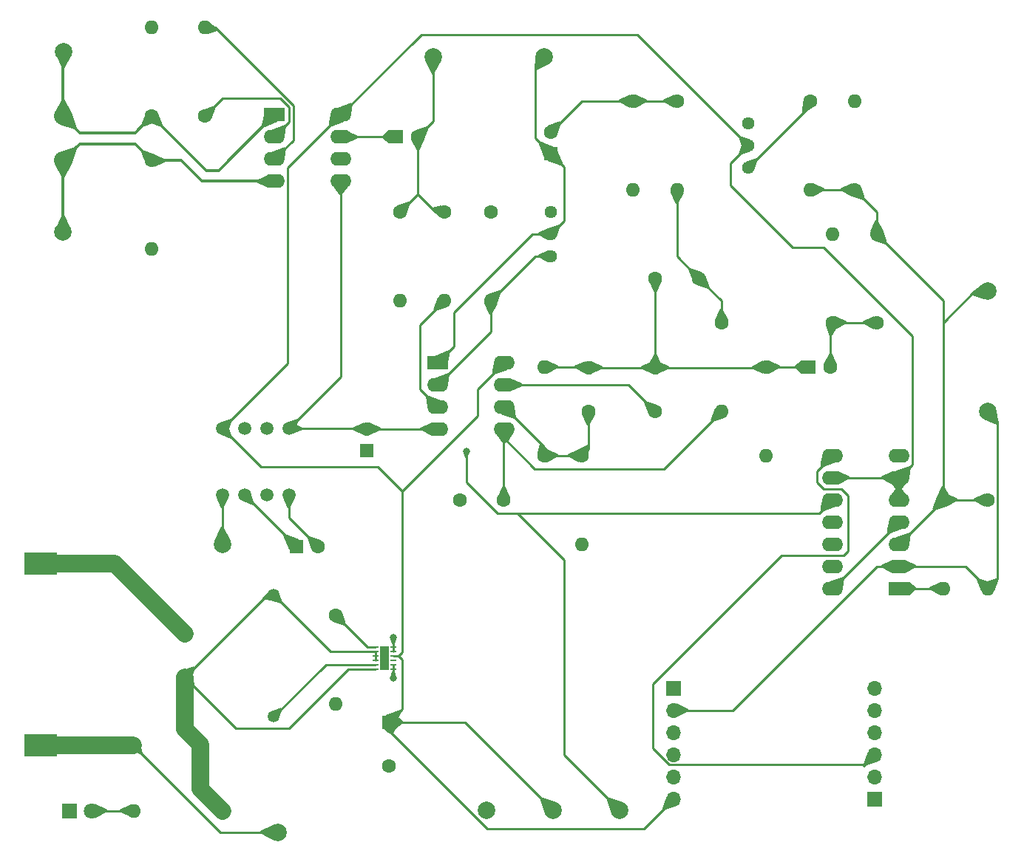
<source format=gbr>
%TF.GenerationSoftware,KiCad,Pcbnew,7.0.10*%
%TF.CreationDate,2024-01-17T14:59:57-08:00*%
%TF.ProjectId,P1.2,50312e32-2e6b-4696-9361-645f70636258,rev?*%
%TF.SameCoordinates,Original*%
%TF.FileFunction,Copper,L1,Top*%
%TF.FilePolarity,Positive*%
%FSLAX46Y46*%
G04 Gerber Fmt 4.6, Leading zero omitted, Abs format (unit mm)*
G04 Created by KiCad (PCBNEW 7.0.10) date 2024-01-17 14:59:57*
%MOMM*%
%LPD*%
G01*
G04 APERTURE LIST*
%TA.AperFunction,ComponentPad*%
%ADD10R,2.400000X1.600000*%
%TD*%
%TA.AperFunction,ComponentPad*%
%ADD11O,2.400000X1.600000*%
%TD*%
%TA.AperFunction,ComponentPad*%
%ADD12C,2.000000*%
%TD*%
%TA.AperFunction,ComponentPad*%
%ADD13C,1.600000*%
%TD*%
%TA.AperFunction,ComponentPad*%
%ADD14O,1.600000X1.600000*%
%TD*%
%TA.AperFunction,ComponentPad*%
%ADD15C,1.507998*%
%TD*%
%TA.AperFunction,ComponentPad*%
%ADD16R,1.700000X1.700000*%
%TD*%
%TA.AperFunction,ComponentPad*%
%ADD17O,1.700000X1.700000*%
%TD*%
%TA.AperFunction,ComponentPad*%
%ADD18R,1.308000X1.308000*%
%TD*%
%TA.AperFunction,ComponentPad*%
%ADD19C,1.308000*%
%TD*%
%TA.AperFunction,ComponentPad*%
%ADD20C,2.032000*%
%TD*%
%TA.AperFunction,ComponentPad*%
%ADD21R,1.600000X1.600000*%
%TD*%
%TA.AperFunction,ComponentPad*%
%ADD22C,1.440000*%
%TD*%
%TA.AperFunction,SMDPad,CuDef*%
%ADD23R,3.810000X2.540000*%
%TD*%
%TA.AperFunction,ComponentPad*%
%ADD24R,1.800000X1.800000*%
%TD*%
%TA.AperFunction,ComponentPad*%
%ADD25C,1.800000*%
%TD*%
%TA.AperFunction,ComponentPad*%
%ADD26C,1.350000*%
%TD*%
%TA.AperFunction,SMDPad,CuDef*%
%ADD27R,0.660400X0.254000*%
%TD*%
%TA.AperFunction,SMDPad,CuDef*%
%ADD28R,1.092200X2.743200*%
%TD*%
%TA.AperFunction,ViaPad*%
%ADD29C,0.800000*%
%TD*%
%TA.AperFunction,Conductor*%
%ADD30C,0.250000*%
%TD*%
%TA.AperFunction,Conductor*%
%ADD31C,2.000000*%
%TD*%
%TA.AperFunction,Conductor*%
%ADD32C,1.000000*%
%TD*%
%TA.AperFunction,Conductor*%
%ADD33C,0.300000*%
%TD*%
%TA.AperFunction,Conductor*%
%ADD34C,0.800000*%
%TD*%
G04 APERTURE END LIST*
D10*
%TO.P,U1,1,IN-*%
%TO.N,/EEG_IN-*%
X113885944Y-65074900D03*
D11*
%TO.P,U1,2,RG*%
%TO.N,Net-(R2-Pad1)*%
X113885944Y-67614900D03*
%TO.P,U1,3,RG*%
%TO.N,Net-(R2-Pad2)*%
X113885944Y-70154900D03*
%TO.P,U1,4,IN+*%
%TO.N,/EEG_IN+*%
X113885944Y-72694900D03*
%TO.P,U1,5,-VS*%
%TO.N,-3V3*%
X121505944Y-72694900D03*
%TO.P,U1,6,REF*%
%TO.N,GND*%
X121505944Y-70154900D03*
%TO.P,U1,7,OUT*%
%TO.N,Net-(U1-OUT)*%
X121505944Y-67614900D03*
%TO.P,U1,8,+VS*%
%TO.N,+3.3V*%
X121505944Y-65074900D03*
%TD*%
D12*
%TO.P,J4,1,Pin_1*%
%TO.N,GND*%
X138176000Y-144780000D03*
%TD*%
D13*
%TO.P,C9,1*%
%TO.N,Net-(C10-Pad1)*%
X149860000Y-94060000D03*
%TO.P,C9,2*%
%TO.N,Net-(U3-IN2-)*%
X149860000Y-99060000D03*
%TD*%
D12*
%TO.P,J14,1,Pin_1*%
%TO.N,STAGE_3_OUT*%
X195581000Y-85290588D03*
%TD*%
%TO.P,J9,1,Pin_1*%
%TO.N,Conditioned_EEG*%
X195580000Y-99060000D03*
%TD*%
D13*
%TO.P,R8,1*%
%TO.N,Net-(U3-IN2-)*%
X144780000Y-104140000D03*
D14*
%TO.P,R8,2*%
%TO.N,Net-(C10-Pad1)*%
X144780000Y-93980000D03*
%TD*%
D12*
%TO.P,J2,1,Pin_1*%
%TO.N,/EEG_IN+*%
X89715944Y-78523271D03*
%TD*%
D13*
%TO.P,R24,1*%
%TO.N,STAGE_3_OUT*%
X180340000Y-73660000D03*
D14*
%TO.P,R24,2*%
%TO.N,GND*%
X180340000Y-63500000D03*
%TD*%
D15*
%TO.P,U4,1,BOOST*%
%TO.N,Net-(J11-Pin_1)*%
X107950000Y-108646600D03*
%TO.P,U4,2,CAP+*%
%TO.N,Net-(U4-CAP+)*%
X110490000Y-108646600D03*
%TO.P,U4,3,GND*%
%TO.N,GND*%
X113030000Y-108646600D03*
%TO.P,U4,4,CAP-*%
%TO.N,Net-(U4-CAP-)*%
X115570000Y-108646600D03*
%TO.P,U4,5,VOUT*%
%TO.N,-3V3*%
X115570000Y-101026600D03*
%TO.P,U4,6,LV*%
%TO.N,GND*%
X113030000Y-101026600D03*
%TO.P,U4,7,OSC*%
%TO.N,unconnected-(U4-OSC-Pad7)*%
X110490000Y-101026600D03*
%TO.P,U4,8,V+*%
%TO.N,+3.3V*%
X107950000Y-101026600D03*
%TD*%
D16*
%TO.P,J12,1,Pin_1*%
%TO.N,GND*%
X182626000Y-143485000D03*
D17*
%TO.P,J12,2,Pin_2*%
%TO.N,unconnected-(J12-Pin_2-Pad2)*%
X182626000Y-140945000D03*
%TO.P,J12,3,Pin_3*%
%TO.N,CLK*%
X182626000Y-138405000D03*
%TO.P,J12,4,Pin_4*%
%TO.N,unconnected-(J12-Pin_4-Pad4)*%
X182626000Y-135865000D03*
%TO.P,J12,5,Pin_5*%
%TO.N,unconnected-(J12-Pin_5-Pad5)*%
X182626000Y-133325000D03*
%TO.P,J12,6,Pin_6*%
%TO.N,unconnected-(J12-Pin_6-Pad6)*%
X182626000Y-130785000D03*
%TD*%
D13*
%TO.P,R2,1*%
%TO.N,Net-(R2-Pad1)*%
X105971944Y-65240000D03*
D14*
%TO.P,R2,2*%
%TO.N,Net-(R2-Pad2)*%
X105971944Y-55080000D03*
%TD*%
D18*
%TO.P,SW1,1*%
%TO.N,BAT+*%
X97790000Y-137240000D03*
D19*
%TO.P,SW1,2*%
%TO.N,Net-(U2-EN)*%
X105410000Y-137240000D03*
%TD*%
D20*
%TO.P,J6,1,Pin_1*%
%TO.N,/EEG_IN-*%
X89715944Y-65240000D03*
%TO.P,J6,2,Pin_2*%
%TO.N,/EEG_IN+*%
X89715944Y-70320000D03*
%TD*%
D12*
%TO.P,J11,1,Pin_1*%
%TO.N,Net-(J11-Pin_1)*%
X107950000Y-114300000D03*
%TD*%
D16*
%TO.P,J13,1,Pin_1*%
%TO.N,+5V*%
X159626000Y-130785000D03*
D17*
%TO.P,J13,2,Pin_2*%
%TO.N,Conditioned_EEG*%
X159626000Y-133325000D03*
%TO.P,J13,3,Pin_3*%
%TO.N,unconnected-(J13-Pin_3-Pad3)*%
X159626000Y-135865000D03*
%TO.P,J13,4,Pin_4*%
%TO.N,unconnected-(J13-Pin_4-Pad4)*%
X159626000Y-138405000D03*
%TO.P,J13,5,Pin_5*%
%TO.N,unconnected-(J13-Pin_5-Pad5)*%
X159626000Y-140945000D03*
%TO.P,J13,6,Pin_6*%
%TO.N,+3.3V*%
X159626000Y-143485000D03*
%TD*%
D13*
%TO.P,R23,1*%
%TO.N,Net-(R23-Pad1)*%
X175260000Y-63500000D03*
D14*
%TO.P,R23,2*%
%TO.N,STAGE_3_OUT*%
X175260000Y-73660000D03*
%TD*%
D13*
%TO.P,R9,1*%
%TO.N,Net-(C4-Pad2)*%
X154940000Y-63500000D03*
D14*
%TO.P,R9,2*%
%TO.N,GND*%
X154940000Y-73660000D03*
%TD*%
D13*
%TO.P,R12,1*%
%TO.N,Net-(U3-IN2-)*%
X149098000Y-104140000D03*
D14*
%TO.P,R12,2*%
%TO.N,GND*%
X149098000Y-114300000D03*
%TD*%
D12*
%TO.P,J1,1,Pin_1*%
%TO.N,/EEG_IN-*%
X89792000Y-57820588D03*
%TD*%
D13*
%TO.P,C1,1*%
%TO.N,Net-(U2-EN)*%
X103632000Y-129536063D03*
%TO.P,C1,2*%
%TO.N,GND*%
X103632000Y-124536063D03*
%TD*%
D21*
%TO.P,C4,1*%
%TO.N,STAGE_2_OUT*%
X145542000Y-69531113D03*
D13*
%TO.P,C4,2*%
%TO.N,Net-(C4-Pad2)*%
X145542000Y-67031113D03*
%TD*%
D12*
%TO.P,J3,1,Pin_1*%
%TO.N,+3.3V*%
X145796000Y-144780000D03*
%TD*%
D13*
%TO.P,R28,1*%
%TO.N,Net-(C11-Pad2)*%
X182880000Y-88900000D03*
D14*
%TO.P,R28,2*%
%TO.N,STAGE_3_OUT*%
X182880000Y-78740000D03*
%TD*%
D13*
%TO.P,R22,1*%
%TO.N,Net-(C11-Pad2)*%
X177800000Y-88900000D03*
D14*
%TO.P,R22,2*%
%TO.N,GND*%
X177800000Y-78740000D03*
%TD*%
D22*
%TO.P,R13,1,1*%
%TO.N,Net-(U3-IN1-)*%
X145542000Y-81280000D03*
%TO.P,R13,2,2*%
%TO.N,STAGE_2_OUT*%
X145542000Y-78740000D03*
%TO.P,R13,3,3*%
%TO.N,unconnected-(R13-Pad3)*%
X145542000Y-76200000D03*
%TD*%
D13*
%TO.P,R21,1*%
%TO.N,Net-(C10-Pad1)*%
X170180000Y-93980000D03*
D14*
%TO.P,R21,2*%
%TO.N,GND*%
X170180000Y-104140000D03*
%TD*%
D21*
%TO.P,C11,1*%
%TO.N,Net-(C10-Pad1)*%
X175070888Y-93980000D03*
D13*
%TO.P,C11,2*%
%TO.N,Net-(C11-Pad2)*%
X177570888Y-93980000D03*
%TD*%
D21*
%TO.P,C2,1*%
%TO.N,Net-(U1-OUT)*%
X127826888Y-67564000D03*
D13*
%TO.P,C2,2*%
%TO.N,STAGE_1_OUT*%
X130326888Y-67564000D03*
%TD*%
D23*
%TO.P,BT1,1,+*%
%TO.N,BAT+*%
X87175944Y-137325963D03*
%TO.P,BT1,2,-*%
%TO.N,GND*%
X87175944Y-116495963D03*
%TD*%
D13*
%TO.P,R5,1*%
%TO.N,STAGE_1_OUT*%
X128270000Y-76200000D03*
D14*
%TO.P,R5,2*%
%TO.N,GND*%
X128270000Y-86360000D03*
%TD*%
D13*
%TO.P,R3,1*%
%TO.N,/EEG_IN+*%
X99875944Y-70320000D03*
D14*
%TO.P,R3,2*%
%TO.N,GND*%
X99875944Y-80480000D03*
%TD*%
D21*
%TO.P,C5,1*%
%TO.N,Net-(U4-CAP+)*%
X116396888Y-114554000D03*
D13*
%TO.P,C5,2*%
%TO.N,Net-(U4-CAP-)*%
X118896888Y-114554000D03*
%TD*%
D12*
%TO.P,J7,1,Pin_1*%
%TO.N,STAGE_1_OUT*%
X132080000Y-58420000D03*
%TD*%
D10*
%TO.P,U3,1,OUT1*%
%TO.N,STAGE_2_OUT*%
X132598000Y-93482000D03*
D11*
%TO.P,U3,2,IN1-*%
%TO.N,Net-(U3-IN1-)*%
X132598000Y-96022000D03*
%TO.P,U3,3,IN1+*%
%TO.N,Net-(U3-IN1+)*%
X132598000Y-98562000D03*
%TO.P,U3,4,V-*%
%TO.N,-3V3*%
X132598000Y-101102000D03*
%TO.P,U3,5,IN2+*%
%TO.N,Net-(U3-IN2+)*%
X140218000Y-101102000D03*
%TO.P,U3,6,IN2-*%
%TO.N,Net-(U3-IN2-)*%
X140218000Y-98562000D03*
%TO.P,U3,7,OUT2*%
%TO.N,Net-(U3-OUT2)*%
X140218000Y-96022000D03*
%TO.P,U3,8,V+*%
%TO.N,+3.3V*%
X140218000Y-93482000D03*
%TD*%
D13*
%TO.P,C10,1*%
%TO.N,Net-(C10-Pad1)*%
X157480000Y-94060000D03*
%TO.P,C10,2*%
%TO.N,Net-(U3-OUT2)*%
X157480000Y-99060000D03*
%TD*%
%TO.P,R30,1*%
%TO.N,STAGE_3_OUT*%
X190500000Y-109220000D03*
D14*
%TO.P,R30,2*%
%TO.N,Net-(U5-BP)*%
X190500000Y-119380000D03*
%TD*%
D22*
%TO.P,R26,1,1*%
%TO.N,Net-(R23-Pad1)*%
X168148000Y-71120000D03*
%TO.P,R26,2,2*%
%TO.N,+3.3V*%
X168148000Y-68580000D03*
%TO.P,R26,3,3*%
%TO.N,unconnected-(R26-Pad3)*%
X168148000Y-66040000D03*
%TD*%
D12*
%TO.P,J8,1,Pin_1*%
%TO.N,STAGE_2_OUT*%
X144780000Y-58420000D03*
%TD*%
D21*
%TO.P,C6,1*%
%TO.N,GND*%
X124460000Y-103567113D03*
D13*
%TO.P,C6,2*%
%TO.N,-3V3*%
X124460000Y-101067113D03*
%TD*%
%TO.P,C8,1*%
%TO.N,Net-(C10-Pad1)*%
X157520000Y-83820000D03*
%TO.P,C8,2*%
%TO.N,Net-(C8-Pad2)*%
X162520000Y-83820000D03*
%TD*%
%TO.P,R4,1*%
%TO.N,Net-(U2-OSEL)*%
X120904000Y-122428000D03*
D14*
%TO.P,R4,2*%
%TO.N,GND*%
X120904000Y-132588000D03*
%TD*%
D10*
%TO.P,U5,1,BP*%
%TO.N,Net-(U5-BP)*%
X185420000Y-119385000D03*
D11*
%TO.P,U5,2,N/AP/HP*%
%TO.N,Conditioned_EEG*%
X185420000Y-116845000D03*
%TO.P,U5,3,INV1*%
%TO.N,STAGE_3_OUT*%
X185420000Y-114305000D03*
%TO.P,U5,4,S1*%
%TO.N,Net-(U5-LP)*%
X185420000Y-111765000D03*
%TO.P,U5,5,SA*%
%TO.N,+3.3V*%
X185420000Y-109225000D03*
%TO.P,U5,6,V+*%
X185420000Y-106685000D03*
%TO.P,U5,7,LSh*%
%TO.N,GND*%
X185420000Y-104145000D03*
%TO.P,U5,8,CLK*%
%TO.N,CLK*%
X177800000Y-104145000D03*
%TO.P,U5,9,50/100/HOLD*%
%TO.N,+3.3V*%
X177800000Y-106685000D03*
%TO.P,U5,10,V-*%
%TO.N,-3V3*%
X177800000Y-109225000D03*
%TO.P,U5,11,AGND*%
%TO.N,GND*%
X177800000Y-111765000D03*
%TO.P,U5,12,INV2*%
%TO.N,unconnected-(U5-INV2-Pad12)*%
X177800000Y-114305000D03*
%TO.P,U5,13,V02*%
%TO.N,unconnected-(U5-V02-Pad13)*%
X177800000Y-116845000D03*
%TO.P,U5,14,LP*%
%TO.N,Net-(U5-LP)*%
X177800000Y-119385000D03*
%TD*%
D13*
%TO.P,R7,1*%
%TO.N,GND*%
X138684000Y-76200000D03*
D14*
%TO.P,R7,2*%
%TO.N,Net-(U3-IN1-)*%
X138684000Y-86360000D03*
%TD*%
D13*
%TO.P,R10,1*%
%TO.N,Net-(C4-Pad2)*%
X160020000Y-63500000D03*
D14*
%TO.P,R10,2*%
%TO.N,Net-(C8-Pad2)*%
X160020000Y-73660000D03*
%TD*%
D24*
%TO.P,D1,1,K*%
%TO.N,GND*%
X90419000Y-144860000D03*
D25*
%TO.P,D1,2,A*%
%TO.N,Net-(D1-A)*%
X92959000Y-144860000D03*
%TD*%
D12*
%TO.P,J5,1,Pin_1*%
%TO.N,-3V3*%
X153416000Y-144780000D03*
%TD*%
%TO.P,J10,1,Pin_1*%
%TO.N,BAT+*%
X114300000Y-147320000D03*
%TD*%
D13*
%TO.P,R31,1*%
%TO.N,Net-(U2-EN)*%
X107950000Y-144860000D03*
D14*
%TO.P,R31,2*%
%TO.N,Net-(D1-A)*%
X97790000Y-144860000D03*
%TD*%
D21*
%TO.P,C3,1*%
%TO.N,+3.3V*%
X127000000Y-134700000D03*
D13*
%TO.P,C3,2*%
%TO.N,GND*%
X127000000Y-139700000D03*
%TD*%
D26*
%TO.P,L1,1,1*%
%TO.N,Net-(U2-EN)*%
X113792000Y-120076063D03*
%TO.P,L1,2,2*%
%TO.N,Net-(U2-SW)*%
X113792000Y-134076063D03*
%TD*%
D13*
%TO.P,R29,1*%
%TO.N,STAGE_3_OUT*%
X195580000Y-109220000D03*
D14*
%TO.P,R29,2*%
%TO.N,Conditioned_EEG*%
X195580000Y-119380000D03*
%TD*%
D27*
%TO.P,U2,1,OSEL*%
%TO.N,Net-(U2-OSEL)*%
X125463300Y-126079748D03*
%TO.P,U2,2,MODE*%
%TO.N,Net-(U2-EN)*%
X125463300Y-126579874D03*
%TO.P,U2,3,EN*%
X125463300Y-127080000D03*
%TO.P,U2,4,VIN*%
X125463300Y-127580126D03*
%TO.P,U2,5,SW*%
%TO.N,Net-(U2-SW)*%
X125463300Y-128080252D03*
%TO.P,U2,6,SUP*%
%TO.N,Net-(U2-EN)*%
X125463300Y-128580378D03*
%TO.P,U2,7,PGND*%
%TO.N,GND*%
X127520700Y-128580378D03*
%TO.P,U2,8,AGND*%
X127520700Y-128080252D03*
%TO.P,U2,9,VOUT*%
%TO.N,unconnected-(U2-VOUT-Pad9)*%
X127520700Y-127580126D03*
%TO.P,U2,10,VOUT*%
%TO.N,+3.3V*%
X127520700Y-127080000D03*
%TO.P,U2,11,ICHG*%
%TO.N,GND*%
X127520700Y-126579874D03*
%TO.P,U2,12,VCHG*%
X127520700Y-126079748D03*
D28*
%TO.P,U2,13*%
%TO.N,N/C*%
X126492000Y-127330063D03*
%TD*%
D13*
%TO.P,C7,1*%
%TO.N,GND*%
X135168000Y-109220000D03*
%TO.P,C7,2*%
%TO.N,Net-(U3-IN2+)*%
X140168000Y-109220000D03*
%TD*%
%TO.P,R11,1*%
%TO.N,Net-(C8-Pad2)*%
X165100000Y-88900000D03*
D14*
%TO.P,R11,2*%
%TO.N,Net-(U3-IN2+)*%
X165100000Y-99060000D03*
%TD*%
D13*
%TO.P,R1,1*%
%TO.N,/EEG_IN-*%
X99875944Y-65240000D03*
D14*
%TO.P,R1,2*%
%TO.N,GND*%
X99875944Y-55080000D03*
%TD*%
D13*
%TO.P,R6,1*%
%TO.N,STAGE_1_OUT*%
X133350000Y-76200000D03*
D14*
%TO.P,R6,2*%
%TO.N,Net-(U3-IN1+)*%
X133350000Y-86360000D03*
%TD*%
D29*
%TO.N,GND*%
X127508000Y-129673412D03*
X127508000Y-124968000D03*
%TO.N,-3V3*%
X135890000Y-103632000D03*
%TD*%
D30*
%TO.N,GND*%
X127520700Y-126079748D02*
X127520700Y-124980700D01*
D31*
X87175944Y-116495963D02*
X95591900Y-116495963D01*
D30*
X127520700Y-126079748D02*
X127520700Y-126579874D01*
X127520700Y-124980700D02*
X127508000Y-124968000D01*
D31*
X95591900Y-116495963D02*
X103632000Y-124536063D01*
D30*
X127520700Y-128080252D02*
X127520700Y-129660712D01*
X127520700Y-129660712D02*
X127508000Y-129673412D01*
%TO.N,+3.3V*%
X107950000Y-101026600D02*
X112333400Y-105410000D01*
X112333400Y-105410000D02*
X125730000Y-105410000D01*
X154178000Y-146900000D02*
X138264000Y-146900000D01*
X185420000Y-109225000D02*
X185420000Y-106685000D01*
X145796000Y-144780000D02*
X135716000Y-134700000D01*
X128100900Y-127080000D02*
X128524000Y-127503100D01*
X155448000Y-55880000D02*
X153162000Y-55880000D01*
X156211000Y-146900000D02*
X154178000Y-146900000D01*
X137160000Y-96540000D02*
X137160000Y-99568000D01*
X159626000Y-143485000D02*
X156211000Y-146900000D01*
X185420000Y-106685000D02*
X186945000Y-105160000D01*
X128100900Y-127080000D02*
X128524000Y-126656900D01*
X127520700Y-127080000D02*
X128100900Y-127080000D01*
X176784000Y-80264000D02*
X173228000Y-80264000D01*
X177800000Y-106685000D02*
X185420000Y-106685000D01*
X127000000Y-135636000D02*
X127000000Y-134700000D01*
X173228000Y-80264000D02*
X166116000Y-73152000D01*
X130700844Y-55880000D02*
X121505944Y-65074900D01*
X186945000Y-90425000D02*
X176784000Y-80264000D01*
X138264000Y-146900000D02*
X127000000Y-135636000D01*
X128524000Y-108204000D02*
X128524000Y-108458000D01*
X186945000Y-105160000D02*
X186945000Y-90425000D01*
X166116000Y-73152000D02*
X166116000Y-70612000D01*
X166116000Y-70612000D02*
X168148000Y-68580000D01*
X128524000Y-127503100D02*
X128524000Y-133176000D01*
X128524000Y-108458000D02*
X128524000Y-118110000D01*
X128524000Y-133176000D02*
X127000000Y-134700000D01*
X115410944Y-71169900D02*
X121505944Y-65074900D01*
X115410944Y-93565656D02*
X115410944Y-71169900D01*
X125730000Y-105410000D02*
X128524000Y-108204000D01*
X140218000Y-93482000D02*
X137160000Y-96540000D01*
X168148000Y-68580000D02*
X155448000Y-55880000D01*
X137160000Y-99568000D02*
X128524000Y-108204000D01*
X127000000Y-134700000D02*
X135716000Y-134700000D01*
X107950000Y-101026600D02*
X115410944Y-93565656D01*
X128524000Y-126656900D02*
X128524000Y-118110000D01*
X153162000Y-55880000D02*
X130700844Y-55880000D01*
%TO.N,Net-(C4-Pad2)*%
X154940000Y-63500000D02*
X160020000Y-63500000D01*
X145542000Y-67031113D02*
X149073113Y-63500000D01*
X149073113Y-63500000D02*
X154940000Y-63500000D01*
%TO.N,Net-(U4-CAP+)*%
X116396888Y-114553488D02*
X116396888Y-114554000D01*
X110490000Y-108646600D02*
X116396888Y-114553488D01*
%TO.N,Net-(U4-CAP-)*%
X115570000Y-111227112D02*
X118896888Y-114554000D01*
X115570000Y-108646600D02*
X115570000Y-111227112D01*
%TO.N,-3V3*%
X115570000Y-101026600D02*
X124419487Y-101026600D01*
X121505944Y-95090656D02*
X121505944Y-72694900D01*
X135890000Y-107188000D02*
X139446000Y-110744000D01*
X139446000Y-110744000D02*
X141732000Y-110744000D01*
X153416000Y-144780000D02*
X147066000Y-138430000D01*
X147066000Y-138430000D02*
X147066000Y-116078000D01*
X147066000Y-116078000D02*
X141732000Y-110744000D01*
X115570000Y-101026600D02*
X121505944Y-95090656D01*
X124460000Y-101067113D02*
X132563113Y-101067113D01*
X141732000Y-110744000D02*
X176281000Y-110744000D01*
X132563113Y-101067113D02*
X132598000Y-101102000D01*
X135890000Y-103632000D02*
X135890000Y-107188000D01*
X124419487Y-101026600D02*
X124460000Y-101067113D01*
X176281000Y-110744000D02*
X177800000Y-109225000D01*
%TO.N,Net-(U3-IN2+)*%
X165100000Y-99060000D02*
X158496000Y-105664000D01*
X158496000Y-105664000D02*
X143730000Y-105664000D01*
X140218000Y-102152000D02*
X140218000Y-101102000D01*
X140168000Y-109220000D02*
X140168000Y-101152000D01*
X140168000Y-101152000D02*
X140218000Y-101102000D01*
X143730000Y-105664000D02*
X140218000Y-102152000D01*
%TO.N,Conditioned_EEG*%
X185420000Y-116845000D02*
X193045000Y-116845000D01*
X195580000Y-99060000D02*
X196705000Y-100185000D01*
X159626000Y-133325000D02*
X166375000Y-133325000D01*
X196705000Y-100185000D02*
X196705000Y-118255000D01*
X193045000Y-116845000D02*
X195580000Y-119380000D01*
X196705000Y-118255000D02*
X195580000Y-119380000D01*
X182855000Y-116845000D02*
X185420000Y-116845000D01*
X166375000Y-133325000D02*
X182855000Y-116845000D01*
%TO.N,Net-(C8-Pad2)*%
X160020000Y-81320000D02*
X162520000Y-83820000D01*
X165100000Y-86400000D02*
X162520000Y-83820000D01*
X160020000Y-73660000D02*
X160020000Y-81320000D01*
X165100000Y-88900000D02*
X165100000Y-86400000D01*
%TO.N,Net-(U3-IN2-)*%
X144780000Y-103124000D02*
X144780000Y-104140000D01*
X149860000Y-103378000D02*
X149098000Y-104140000D01*
X149860000Y-99060000D02*
X149860000Y-103378000D01*
X140218000Y-98562000D02*
X144780000Y-103124000D01*
X149098000Y-104140000D02*
X144780000Y-104140000D01*
%TO.N,Net-(U2-SW)*%
X125463300Y-128080252D02*
X119787811Y-128080252D01*
X113792000Y-134076063D02*
X119787811Y-128080252D01*
%TO.N,Net-(R2-Pad2)*%
X107116340Y-55080000D02*
X116073944Y-64037604D01*
X116073944Y-64037604D02*
X116073944Y-67966900D01*
X105971944Y-55080000D02*
X107116340Y-55080000D01*
X116073944Y-67966900D02*
X113885944Y-70154900D01*
%TO.N,Net-(U2-OSEL)*%
X124555748Y-126079748D02*
X120904000Y-122428000D01*
X125463300Y-126079748D02*
X124555748Y-126079748D01*
%TO.N,Net-(U3-IN1+)*%
X130556000Y-96520000D02*
X132598000Y-98562000D01*
X133350000Y-86360000D02*
X130556000Y-89154000D01*
X130556000Y-89154000D02*
X130556000Y-96520000D01*
%TO.N,Net-(U3-IN1-)*%
X132598000Y-96022000D02*
X138684000Y-89936000D01*
X145542000Y-81280000D02*
X143764000Y-81280000D01*
X138684000Y-89936000D02*
X138684000Y-86360000D01*
X143764000Y-81280000D02*
X138684000Y-86360000D01*
%TO.N,Net-(U1-OUT)*%
X127775988Y-67614900D02*
X127826888Y-67564000D01*
X121505944Y-67614900D02*
X127775988Y-67614900D01*
%TO.N,BAT+*%
X114300000Y-147320000D02*
X107698074Y-147320000D01*
X97704037Y-137325963D02*
X107189037Y-146810963D01*
X97704037Y-137325963D02*
X97790000Y-137240000D01*
X107698074Y-147320000D02*
X107189037Y-146810963D01*
D31*
X87175944Y-137325963D02*
X97704037Y-137325963D01*
D30*
%TO.N,STAGE_1_OUT*%
X130326888Y-67564000D02*
X130326888Y-74192888D01*
X130326888Y-67564000D02*
X130326888Y-74143112D01*
X130326888Y-74143112D02*
X128270000Y-76200000D01*
X130326888Y-74192888D02*
X132334000Y-76200000D01*
X132080000Y-58420000D02*
X132080000Y-65810888D01*
X132080000Y-65810888D02*
X130326888Y-67564000D01*
X132334000Y-76200000D02*
X133350000Y-76200000D01*
%TO.N,STAGE_2_OUT*%
X147066000Y-77216000D02*
X147066000Y-71055113D01*
X143780000Y-59420000D02*
X143780000Y-67769113D01*
X134475000Y-87741505D02*
X143476505Y-78740000D01*
X147066000Y-71055113D02*
X145542000Y-69531113D01*
X143476505Y-78740000D02*
X145542000Y-78740000D01*
X144780000Y-78740000D02*
X145542000Y-78740000D01*
X132598000Y-93482000D02*
X134475000Y-91605000D01*
X144780000Y-58420000D02*
X143780000Y-59420000D01*
X145542000Y-78740000D02*
X147066000Y-77216000D01*
X143780000Y-67769113D02*
X145542000Y-69531113D01*
X134475000Y-91605000D02*
X134475000Y-87741505D01*
%TO.N,Net-(J11-Pin_1)*%
X107950000Y-108646600D02*
X107950000Y-114300000D01*
D32*
%TO.N,/EEG_IN-*%
X89607944Y-58004644D02*
X89792000Y-57820588D01*
D33*
X89715944Y-65240000D02*
X91630944Y-67155000D01*
X107515944Y-71444900D02*
X113885944Y-65074900D01*
X99875944Y-65240000D02*
X106080844Y-71444900D01*
X97960944Y-67155000D02*
X99875944Y-65240000D01*
D34*
X89662000Y-57690588D02*
X89792000Y-57820588D01*
D33*
X106080844Y-71444900D02*
X107515944Y-71444900D01*
D34*
X89662000Y-57950588D02*
X89792000Y-57820588D01*
D33*
X89715944Y-65240000D02*
X89715944Y-58004644D01*
X91630944Y-67155000D02*
X97960944Y-67155000D01*
%TO.N,/EEG_IN+*%
X89715944Y-70320000D02*
X89715944Y-78523271D01*
X89715944Y-70320000D02*
X91630944Y-68405000D01*
X91630944Y-68405000D02*
X97960944Y-68405000D01*
X105563077Y-72694900D02*
X113885944Y-72694900D01*
X99875944Y-70320000D02*
X103188177Y-70320000D01*
X97960944Y-68405000D02*
X99875944Y-70320000D01*
X103188177Y-70320000D02*
X105563077Y-72694900D01*
D30*
%TO.N,Net-(U2-EN)*%
X125463300Y-128580378D02*
X122371622Y-128580378D01*
X122371622Y-128580378D02*
X115570000Y-135382000D01*
X125463300Y-126579874D02*
X120295811Y-126579874D01*
X109477937Y-135382000D02*
X103632000Y-129536063D01*
X103632000Y-129536063D02*
X113092000Y-120076063D01*
X113792000Y-120076063D02*
X120295811Y-126579874D01*
D31*
X105410000Y-137240000D02*
X103632000Y-135462000D01*
D30*
X115570000Y-135382000D02*
X109477937Y-135382000D01*
D31*
X103632000Y-135462000D02*
X103632000Y-129536063D01*
D30*
X113092000Y-120076063D02*
X113792000Y-120076063D01*
X125463300Y-126579874D02*
X125463300Y-127580126D01*
D31*
X105410000Y-137240000D02*
X105410000Y-142320000D01*
X105410000Y-142320000D02*
X107950000Y-144860000D01*
D30*
%TO.N,Net-(C10-Pad1)*%
X170100000Y-94060000D02*
X170180000Y-93980000D01*
X149860000Y-94060000D02*
X157480000Y-94060000D01*
X157480000Y-94060000D02*
X170100000Y-94060000D01*
X170180000Y-93980000D02*
X175070888Y-93980000D01*
X149780000Y-93980000D02*
X149860000Y-94060000D01*
X157520000Y-94020000D02*
X157480000Y-94060000D01*
X157520000Y-83820000D02*
X157520000Y-94020000D01*
X144780000Y-93980000D02*
X149780000Y-93980000D01*
%TO.N,Net-(U3-OUT2)*%
X140228000Y-96012000D02*
X140218000Y-96022000D01*
X154442000Y-96022000D02*
X157480000Y-99060000D01*
X140218000Y-96022000D02*
X154442000Y-96022000D01*
%TO.N,Net-(C11-Pad2)*%
X177800000Y-88900000D02*
X182880000Y-88900000D01*
X177570888Y-93980000D02*
X177570888Y-89129112D01*
X177570888Y-89129112D02*
X177800000Y-88900000D01*
%TO.N,Net-(D1-A)*%
X97790000Y-144860000D02*
X92959000Y-144860000D01*
%TO.N,CLK*%
X181451000Y-139580000D02*
X159139299Y-139580000D01*
X179578000Y-108722010D02*
X178805990Y-107950000D01*
X176022000Y-107188000D02*
X176022000Y-105923000D01*
X178805990Y-107950000D02*
X176784000Y-107950000D01*
X176784000Y-107950000D02*
X176022000Y-107188000D01*
X182626000Y-138405000D02*
X181356000Y-139675000D01*
X159139299Y-139580000D02*
X157226000Y-137666701D01*
X176022000Y-105923000D02*
X177800000Y-104145000D01*
X171958000Y-115570000D02*
X176784000Y-115570000D01*
X176784000Y-115570000D02*
X179070000Y-115570000D01*
X157226000Y-130302000D02*
X171958000Y-115570000D01*
X179070000Y-115570000D02*
X179578000Y-115062000D01*
X157226000Y-137666701D02*
X157226000Y-130302000D01*
X179578000Y-115062000D02*
X179578000Y-108722010D01*
X182626000Y-138405000D02*
X181451000Y-139580000D01*
%TO.N,STAGE_3_OUT*%
X194109412Y-85290588D02*
X190500000Y-88900000D01*
X175260000Y-73660000D02*
X180340000Y-73660000D01*
X195581000Y-85290588D02*
X194109412Y-85290588D01*
X190500000Y-86360000D02*
X182880000Y-78740000D01*
X190500000Y-109220000D02*
X195580000Y-109220000D01*
X182880000Y-78740000D02*
X182880000Y-76200000D01*
X185420000Y-114300000D02*
X190500000Y-109220000D01*
X182880000Y-76200000D02*
X180340000Y-73660000D01*
X185420000Y-114305000D02*
X185420000Y-114300000D01*
X190500000Y-109220000D02*
X190500000Y-88900000D01*
X190500000Y-88900000D02*
X190500000Y-86360000D01*
%TO.N,Net-(R23-Pad1)*%
X168148000Y-71120000D02*
X175260000Y-64008000D01*
X175260000Y-64008000D02*
X175260000Y-63500000D01*
%TO.N,Net-(U5-BP)*%
X185420000Y-119385000D02*
X190495000Y-119385000D01*
X190495000Y-119385000D02*
X190500000Y-119380000D01*
%TO.N,Net-(U5-LP)*%
X177800000Y-119385000D02*
X185420000Y-111765000D01*
%TO.N,Net-(R2-Pad1)*%
X108003944Y-63208000D02*
X114607944Y-63208000D01*
X105971944Y-65240000D02*
X108003944Y-63208000D01*
X115623944Y-64224000D02*
X115623944Y-65876900D01*
X114607944Y-63208000D02*
X115623944Y-64224000D01*
X115623944Y-65876900D02*
X113885944Y-67614900D01*
%TD*%
%TA.AperFunction,Conductor*%
%TO.N,GND*%
G36*
X127867275Y-125116788D02*
G01*
X127873593Y-125123135D01*
X127873782Y-125131548D01*
X127648484Y-125757735D01*
X127642459Y-125764359D01*
X127637475Y-125765474D01*
X127403627Y-125765474D01*
X127395354Y-125762047D01*
X127392761Y-125758112D01*
X127142720Y-125131774D01*
X127142835Y-125122821D01*
X127149082Y-125116639D01*
X127503500Y-124968875D01*
X127512449Y-124968855D01*
X127867275Y-125116788D01*
G37*
%TD.AperFunction*%
%TD*%
%TA.AperFunction,Conductor*%
%TO.N,GND*%
G36*
X127645748Y-128879365D02*
G01*
X127648484Y-128883677D01*
X127873782Y-129509863D01*
X127873358Y-129518808D01*
X127867275Y-129524623D01*
X127512502Y-129672535D01*
X127503548Y-129672556D01*
X127503498Y-129672535D01*
X127149084Y-129524773D01*
X127142766Y-129518426D01*
X127142720Y-129509637D01*
X127392761Y-128883299D01*
X127399011Y-128876887D01*
X127403627Y-128875938D01*
X127637475Y-128875938D01*
X127645748Y-128879365D01*
G37*
%TD.AperFunction*%
%TD*%
%TA.AperFunction,Conductor*%
%TO.N,+3.3V*%
G36*
X108644253Y-100742734D02*
G01*
X108650577Y-100749074D01*
X108650764Y-100749558D01*
X109102174Y-101997532D01*
X109101766Y-102006478D01*
X109099445Y-102009785D01*
X108933185Y-102176045D01*
X108924912Y-102179472D01*
X108920933Y-102178774D01*
X107672958Y-101727364D01*
X107666344Y-101721328D01*
X107665936Y-101712382D01*
X107666109Y-101711931D01*
X107947437Y-101030387D01*
X107953759Y-101024049D01*
X108635300Y-100742723D01*
X108644253Y-100742734D01*
G37*
%TD.AperFunction*%
%TD*%
%TA.AperFunction,Conductor*%
%TO.N,+3.3V*%
G36*
X185547332Y-107628427D02*
G01*
X185548505Y-107629796D01*
X186213572Y-108539812D01*
X186215687Y-108548514D01*
X186211687Y-108555645D01*
X185427561Y-109219597D01*
X185419032Y-109222328D01*
X185412439Y-109219597D01*
X184628312Y-108555645D01*
X184624213Y-108547684D01*
X184626426Y-108539813D01*
X185291495Y-107629796D01*
X185299143Y-107625139D01*
X185300941Y-107625000D01*
X185539059Y-107625000D01*
X185547332Y-107628427D01*
G37*
%TD.AperFunction*%
%TD*%
%TA.AperFunction,Conductor*%
%TO.N,+3.3V*%
G36*
X185427561Y-106690402D02*
G01*
X186211687Y-107354353D01*
X186215786Y-107362314D01*
X186213572Y-107370186D01*
X185548505Y-108280204D01*
X185540857Y-108284861D01*
X185539059Y-108285000D01*
X185300941Y-108285000D01*
X185292668Y-108281573D01*
X185291495Y-108280204D01*
X184626427Y-107370186D01*
X184624312Y-107361484D01*
X184628311Y-107354354D01*
X185412439Y-106690401D01*
X185420968Y-106687671D01*
X185427561Y-106690402D01*
G37*
%TD.AperFunction*%
%TD*%
%TA.AperFunction,Conductor*%
%TO.N,+3.3V*%
G36*
X144477059Y-143279729D02*
G01*
X144976877Y-143449033D01*
X146166854Y-143852113D01*
X146173590Y-143858013D01*
X146174182Y-143866949D01*
X146173914Y-143867662D01*
X145798562Y-144776215D01*
X145792235Y-144782553D01*
X145792215Y-144782562D01*
X144883662Y-145157914D01*
X144874708Y-145157905D01*
X144868381Y-145151567D01*
X144868113Y-145150854D01*
X144429548Y-143856120D01*
X144295730Y-143461059D01*
X144296322Y-143452124D01*
X144298536Y-143449036D01*
X144465034Y-143282538D01*
X144473306Y-143279112D01*
X144477059Y-143279729D01*
G37*
%TD.AperFunction*%
%TD*%
%TA.AperFunction,Conductor*%
%TO.N,+3.3V*%
G36*
X158852106Y-143164428D02*
G01*
X159622215Y-143482438D01*
X159628552Y-143488761D01*
X159628562Y-143488785D01*
X159946567Y-144258883D01*
X159946558Y-144267838D01*
X159940219Y-144274163D01*
X159939629Y-144274388D01*
X158519251Y-144773031D01*
X158510309Y-144772539D01*
X158507102Y-144770265D01*
X158340734Y-144603897D01*
X158337307Y-144595624D01*
X158337968Y-144591748D01*
X158449461Y-144274163D01*
X158836612Y-143171368D01*
X158842584Y-143164699D01*
X158851526Y-143164207D01*
X158852106Y-143164428D01*
G37*
%TD.AperFunction*%
%TD*%
%TA.AperFunction,Conductor*%
%TO.N,+3.3V*%
G36*
X186625082Y-105307974D02*
G01*
X186628541Y-105310365D01*
X186795716Y-105477540D01*
X186799143Y-105485813D01*
X186798983Y-105487740D01*
X186610166Y-106618455D01*
X186605424Y-106626051D01*
X186599195Y-106628214D01*
X185427528Y-106685305D01*
X185419098Y-106682285D01*
X185416145Y-106678085D01*
X185093232Y-105896146D01*
X185093241Y-105887191D01*
X185099580Y-105880866D01*
X185099881Y-105880747D01*
X186616135Y-105307694D01*
X186625082Y-105307974D01*
G37*
%TD.AperFunction*%
%TD*%
%TA.AperFunction,Conductor*%
%TO.N,+3.3V*%
G36*
X184719692Y-105951999D02*
G01*
X185413261Y-106676912D01*
X185416504Y-106685258D01*
X185413261Y-106693088D01*
X184719692Y-107418000D01*
X184711496Y-107421609D01*
X184706222Y-107420482D01*
X184337257Y-107245359D01*
X183426683Y-106813171D01*
X183420679Y-106806528D01*
X183420000Y-106802601D01*
X183420000Y-106567398D01*
X183423427Y-106559125D01*
X183426683Y-106556828D01*
X184706224Y-105949516D01*
X184715165Y-105949066D01*
X184719692Y-105951999D01*
G37*
%TD.AperFunction*%
%TD*%
%TA.AperFunction,Conductor*%
%TO.N,+3.3V*%
G36*
X178513774Y-105949516D02*
G01*
X179793317Y-106556828D01*
X179799321Y-106563471D01*
X179800000Y-106567398D01*
X179800000Y-106802601D01*
X179796573Y-106810874D01*
X179793317Y-106813171D01*
X178513778Y-107420482D01*
X178504834Y-107420933D01*
X178500307Y-107418000D01*
X177921629Y-106813171D01*
X177806737Y-106693087D01*
X177803495Y-106684742D01*
X177806738Y-106676912D01*
X177921630Y-106556828D01*
X178500308Y-105951998D01*
X178508503Y-105948390D01*
X178513774Y-105949516D01*
G37*
%TD.AperFunction*%
%TD*%
%TA.AperFunction,Conductor*%
%TO.N,+3.3V*%
G36*
X127007585Y-134707801D02*
G01*
X127009027Y-134709027D01*
X127794197Y-135494197D01*
X127797624Y-135502470D01*
X127796520Y-135507431D01*
X127558777Y-136015270D01*
X127556454Y-136018582D01*
X127388186Y-136186850D01*
X127379913Y-136190277D01*
X127373048Y-136188051D01*
X127139171Y-136018582D01*
X126917216Y-135857751D01*
X126432939Y-135506840D01*
X126428250Y-135499211D01*
X126430305Y-135490535D01*
X126991257Y-134710467D01*
X126998867Y-134705753D01*
X127007585Y-134707801D01*
G37*
%TD.AperFunction*%
%TD*%
%TA.AperFunction,Conductor*%
%TO.N,+3.3V*%
G36*
X122711026Y-63697874D02*
G01*
X122714485Y-63700265D01*
X122881660Y-63867440D01*
X122885087Y-63875713D01*
X122884927Y-63877640D01*
X122696110Y-65008355D01*
X122691368Y-65015951D01*
X122685139Y-65018114D01*
X121513472Y-65075205D01*
X121505042Y-65072185D01*
X121502089Y-65067985D01*
X121179176Y-64286046D01*
X121179185Y-64277091D01*
X121185524Y-64270766D01*
X121185825Y-64270647D01*
X122702079Y-63697594D01*
X122711026Y-63697874D01*
G37*
%TD.AperFunction*%
%TD*%
%TA.AperFunction,Conductor*%
%TO.N,+3.3V*%
G36*
X167494061Y-68309112D02*
G01*
X168144211Y-68577437D01*
X168150551Y-68583761D01*
X168150562Y-68583788D01*
X168418884Y-69233932D01*
X168418873Y-69242887D01*
X168412533Y-69249211D01*
X168412092Y-69249382D01*
X167225169Y-69684053D01*
X167216222Y-69683681D01*
X167212873Y-69681340D01*
X167046659Y-69515126D01*
X167043232Y-69506853D01*
X167043945Y-69502835D01*
X167478618Y-68315905D01*
X167484679Y-68309316D01*
X167493626Y-68308944D01*
X167494061Y-68309112D01*
G37*
%TD.AperFunction*%
%TD*%
%TA.AperFunction,Conductor*%
%TO.N,+3.3V*%
G36*
X128279060Y-133248908D02*
G01*
X128282785Y-133251415D01*
X128448584Y-133417214D01*
X128452011Y-133425487D01*
X128451149Y-133429894D01*
X127804430Y-135020472D01*
X127798140Y-135026845D01*
X127789185Y-135026903D01*
X127789126Y-135026879D01*
X127003785Y-134702562D01*
X126997447Y-134696238D01*
X126673120Y-133910872D01*
X126673129Y-133901918D01*
X126679467Y-133895593D01*
X128270107Y-133248850D01*
X128279060Y-133248908D01*
G37*
%TD.AperFunction*%
%TD*%
%TA.AperFunction,Conductor*%
%TO.N,+3.3V*%
G36*
X121506845Y-65077614D02*
G01*
X121509798Y-65081814D01*
X121832711Y-65863753D01*
X121832702Y-65872708D01*
X121826363Y-65879033D01*
X121826033Y-65879163D01*
X120309811Y-66452205D01*
X120300861Y-66451925D01*
X120297402Y-66449534D01*
X120130227Y-66282359D01*
X120126800Y-66274086D01*
X120126960Y-66272159D01*
X120192586Y-65879163D01*
X120315777Y-65141440D01*
X120320518Y-65133847D01*
X120326746Y-65131684D01*
X121498415Y-65074594D01*
X121506845Y-65077614D01*
G37*
%TD.AperFunction*%
%TD*%
%TA.AperFunction,Conductor*%
%TO.N,+3.3V*%
G36*
X140218901Y-93484714D02*
G01*
X140221854Y-93488914D01*
X140544767Y-94270853D01*
X140544758Y-94279808D01*
X140538419Y-94286133D01*
X140538089Y-94286263D01*
X139021867Y-94859305D01*
X139012917Y-94859025D01*
X139009458Y-94856634D01*
X138842283Y-94689459D01*
X138838856Y-94681186D01*
X138839016Y-94679259D01*
X138904642Y-94286263D01*
X139027833Y-93548540D01*
X139032574Y-93540947D01*
X139038802Y-93538784D01*
X140210471Y-93481694D01*
X140218901Y-93484714D01*
G37*
%TD.AperFunction*%
%TD*%
%TA.AperFunction,Conductor*%
%TO.N,+3.3V*%
G36*
X167225165Y-67475945D02*
G01*
X168412092Y-67910617D01*
X168418683Y-67916679D01*
X168419055Y-67925626D01*
X168418884Y-67926067D01*
X168150562Y-68576211D01*
X168144238Y-68582551D01*
X168144211Y-68582562D01*
X167494067Y-68850884D01*
X167485112Y-68850873D01*
X167478788Y-68844533D01*
X167478617Y-68844092D01*
X167043946Y-67657167D01*
X167044318Y-67648222D01*
X167046656Y-67644876D01*
X167212874Y-67478658D01*
X167221146Y-67475232D01*
X167225165Y-67475945D01*
G37*
%TD.AperFunction*%
%TD*%
%TA.AperFunction,Conductor*%
%TO.N,+3.3V*%
G36*
X127808211Y-133906928D02*
G01*
X128595845Y-134571494D01*
X128599958Y-134579448D01*
X128600000Y-134580436D01*
X128600000Y-134819563D01*
X128596573Y-134827836D01*
X128595845Y-134828505D01*
X127808211Y-135493071D01*
X127799678Y-135495787D01*
X127792398Y-135492407D01*
X127332564Y-135033148D01*
X127007287Y-134708277D01*
X127003856Y-134700007D01*
X127007278Y-134691732D01*
X127007288Y-134691722D01*
X127118713Y-134580436D01*
X127792398Y-133907591D01*
X127800673Y-133904170D01*
X127808211Y-133906928D01*
G37*
%TD.AperFunction*%
%TD*%
%TA.AperFunction,Conductor*%
%TO.N,+3.3V*%
G36*
X108929878Y-99874833D02*
G01*
X108933185Y-99877154D01*
X109099445Y-100043414D01*
X109102872Y-100051687D01*
X109102174Y-100055667D01*
X108650764Y-101303641D01*
X108644728Y-101310255D01*
X108635782Y-101310663D01*
X108635298Y-101310476D01*
X107953788Y-101029162D01*
X107947448Y-101022838D01*
X107947437Y-101022811D01*
X107666123Y-100341301D01*
X107666134Y-100332346D01*
X107672474Y-100326022D01*
X107672920Y-100325849D01*
X108920934Y-99874425D01*
X108929878Y-99874833D01*
G37*
%TD.AperFunction*%
%TD*%
%TA.AperFunction,Conductor*%
%TO.N,Net-(C4-Pad2)*%
G36*
X155256724Y-62765932D02*
G01*
X155257240Y-62766161D01*
X156533317Y-63371828D01*
X156539321Y-63378471D01*
X156540000Y-63382398D01*
X156540000Y-63617601D01*
X156536573Y-63625874D01*
X156533317Y-63628171D01*
X155257251Y-64233833D01*
X155248307Y-64234284D01*
X155241664Y-64228280D01*
X155241430Y-64227753D01*
X155211898Y-64156690D01*
X154940864Y-63504487D01*
X154940854Y-63495538D01*
X155241430Y-62772245D01*
X155247769Y-62765921D01*
X155256724Y-62765932D01*
G37*
%TD.AperFunction*%
%TD*%
%TA.AperFunction,Conductor*%
%TO.N,Net-(C4-Pad2)*%
G36*
X159718335Y-62771719D02*
G01*
X159718569Y-62772246D01*
X160019134Y-63495510D01*
X160019144Y-63504463D01*
X160019135Y-63504485D01*
X160019134Y-63504490D01*
X159718569Y-64227753D01*
X159712230Y-64234078D01*
X159703275Y-64234067D01*
X159702748Y-64233833D01*
X158426683Y-63628171D01*
X158420679Y-63621528D01*
X158420000Y-63617601D01*
X158420000Y-63382398D01*
X158423427Y-63374125D01*
X158426683Y-63371828D01*
X159702749Y-62766165D01*
X159711692Y-62765715D01*
X159718335Y-62771719D01*
G37*
%TD.AperFunction*%
%TD*%
%TA.AperFunction,Conductor*%
%TO.N,Net-(C4-Pad2)*%
G36*
X146586956Y-65814288D02*
G01*
X146590212Y-65816585D01*
X146756527Y-65982900D01*
X146759954Y-65991173D01*
X146759275Y-65995100D01*
X146285229Y-67325681D01*
X146279225Y-67332324D01*
X146270281Y-67332775D01*
X146269743Y-67332569D01*
X145545787Y-67033675D01*
X145539448Y-67027350D01*
X145539437Y-67027325D01*
X145240543Y-66303369D01*
X145240554Y-66294414D01*
X145246893Y-66288089D01*
X145247389Y-66287898D01*
X146578014Y-65813837D01*
X146586956Y-65814288D01*
G37*
%TD.AperFunction*%
%TD*%
%TA.AperFunction,Conductor*%
%TO.N,Net-(C4-Pad2)*%
G36*
X154638335Y-62771719D02*
G01*
X154638569Y-62772246D01*
X154939134Y-63495510D01*
X154939144Y-63504463D01*
X154939135Y-63504485D01*
X154939134Y-63504490D01*
X154638569Y-64227753D01*
X154632230Y-64234078D01*
X154623275Y-64234067D01*
X154622748Y-64233833D01*
X153346683Y-63628171D01*
X153340679Y-63621528D01*
X153340000Y-63617601D01*
X153340000Y-63382398D01*
X153343427Y-63374125D01*
X153346683Y-63371828D01*
X154622749Y-62766165D01*
X154631692Y-62765715D01*
X154638335Y-62771719D01*
G37*
%TD.AperFunction*%
%TD*%
%TA.AperFunction,Conductor*%
%TO.N,Net-(U4-CAP+)*%
G36*
X111184253Y-108362734D02*
G01*
X111190577Y-108369074D01*
X111190764Y-108369558D01*
X111642174Y-109617532D01*
X111641766Y-109626478D01*
X111639445Y-109629785D01*
X111473185Y-109796045D01*
X111464912Y-109799472D01*
X111460933Y-109798774D01*
X110212958Y-109347364D01*
X110206344Y-109341328D01*
X110205936Y-109332382D01*
X110206109Y-109331931D01*
X110487437Y-108650387D01*
X110493759Y-108644049D01*
X111175300Y-108362723D01*
X111184253Y-108362734D01*
G37*
%TD.AperFunction*%
%TD*%
%TA.AperFunction,Conductor*%
%TO.N,Net-(U4-CAP+)*%
G36*
X115127291Y-113102850D02*
G01*
X116280702Y-113571943D01*
X116717448Y-113749568D01*
X116723820Y-113755859D01*
X116723878Y-113764814D01*
X116723854Y-113764873D01*
X116399450Y-114550213D01*
X116393124Y-114556551D01*
X116393101Y-114556561D01*
X115607763Y-114880791D01*
X115598808Y-114880780D01*
X115592484Y-114874442D01*
X114946248Y-113283892D01*
X114946308Y-113274937D01*
X114948811Y-113271218D01*
X115114614Y-113105415D01*
X115122886Y-113101989D01*
X115127291Y-113102850D01*
G37*
%TD.AperFunction*%
%TD*%
%TA.AperFunction,Conductor*%
%TO.N,Net-(U4-CAP-)*%
G36*
X117860870Y-113336723D02*
G01*
X119191457Y-113810771D01*
X119198099Y-113816774D01*
X119198550Y-113825718D01*
X119198344Y-113826256D01*
X118899450Y-114550212D01*
X118893125Y-114556551D01*
X118893100Y-114556562D01*
X118169144Y-114855456D01*
X118160189Y-114855445D01*
X118153864Y-114849106D01*
X118153668Y-114848596D01*
X117679612Y-113517984D01*
X117680063Y-113509043D01*
X117682357Y-113505790D01*
X117848676Y-113339471D01*
X117856948Y-113336045D01*
X117860870Y-113336723D01*
G37*
%TD.AperFunction*%
%TD*%
%TA.AperFunction,Conductor*%
%TO.N,Net-(U4-CAP-)*%
G36*
X116255309Y-108930448D02*
G01*
X116261633Y-108936788D01*
X116261622Y-108945743D01*
X116261412Y-108946218D01*
X115698156Y-110147864D01*
X115691542Y-110153900D01*
X115687562Y-110154598D01*
X115452438Y-110154598D01*
X115444165Y-110151171D01*
X115441844Y-110147864D01*
X114878587Y-108946218D01*
X114878179Y-108937272D01*
X114884215Y-108930658D01*
X114884665Y-108930458D01*
X115565510Y-108647465D01*
X115574462Y-108647455D01*
X116255309Y-108930448D01*
G37*
%TD.AperFunction*%
%TD*%
%TA.AperFunction,Conductor*%
%TO.N,-3V3*%
G36*
X115869143Y-100334977D02*
G01*
X115869608Y-100335182D01*
X117071264Y-100898443D01*
X117077300Y-100905057D01*
X117077998Y-100909037D01*
X117077998Y-101144162D01*
X117074571Y-101152435D01*
X117071264Y-101154756D01*
X115869618Y-101718012D01*
X115860672Y-101718420D01*
X115854058Y-101712384D01*
X115853848Y-101711909D01*
X115570865Y-101031089D01*
X115570855Y-101022136D01*
X115853849Y-100341288D01*
X115860188Y-100334966D01*
X115869143Y-100334977D01*
G37*
%TD.AperFunction*%
%TD*%
%TA.AperFunction,Conductor*%
%TO.N,-3V3*%
G36*
X124158340Y-100338818D02*
G01*
X124158459Y-100339095D01*
X124459134Y-101062623D01*
X124459144Y-101071576D01*
X124459135Y-101071598D01*
X124459134Y-101071603D01*
X124158702Y-101794546D01*
X124152363Y-101800871D01*
X124143408Y-101800860D01*
X124142590Y-101800483D01*
X122874450Y-101154854D01*
X122868632Y-101148046D01*
X122868058Y-101144427D01*
X122868058Y-100909192D01*
X122871485Y-100900919D01*
X122874991Y-100898507D01*
X124142889Y-100332899D01*
X124151840Y-100332659D01*
X124158340Y-100338818D01*
G37*
%TD.AperFunction*%
%TD*%
%TA.AperFunction,Conductor*%
%TO.N,-3V3*%
G36*
X121513505Y-72700302D02*
G01*
X122297631Y-73364253D01*
X122301730Y-73372214D01*
X122299516Y-73380086D01*
X121634449Y-74290104D01*
X121626801Y-74294761D01*
X121625003Y-74294900D01*
X121386885Y-74294900D01*
X121378612Y-74291473D01*
X121377439Y-74290104D01*
X120712371Y-73380086D01*
X120710256Y-73371384D01*
X120714255Y-73364254D01*
X121498383Y-72700301D01*
X121506912Y-72697571D01*
X121513505Y-72700302D01*
G37*
%TD.AperFunction*%
%TD*%
%TA.AperFunction,Conductor*%
%TO.N,-3V3*%
G36*
X152097059Y-143279729D02*
G01*
X152596877Y-143449033D01*
X153786854Y-143852113D01*
X153793590Y-143858013D01*
X153794182Y-143866949D01*
X153793914Y-143867662D01*
X153418562Y-144776215D01*
X153412235Y-144782553D01*
X153412215Y-144782562D01*
X152503662Y-145157914D01*
X152494708Y-145157905D01*
X152488381Y-145151567D01*
X152488113Y-145150854D01*
X152049548Y-143856120D01*
X151915730Y-143461059D01*
X151916322Y-143452124D01*
X151918536Y-143449036D01*
X152085034Y-143282538D01*
X152093306Y-143279112D01*
X152097059Y-143279729D01*
G37*
%TD.AperFunction*%
%TD*%
%TA.AperFunction,Conductor*%
%TO.N,-3V3*%
G36*
X116549878Y-99874833D02*
G01*
X116553185Y-99877154D01*
X116719445Y-100043414D01*
X116722872Y-100051687D01*
X116722174Y-100055667D01*
X116270764Y-101303641D01*
X116264728Y-101310255D01*
X116255782Y-101310663D01*
X116255298Y-101310476D01*
X115573788Y-101029162D01*
X115567448Y-101022838D01*
X115567437Y-101022811D01*
X115286123Y-100341301D01*
X115286134Y-100332346D01*
X115292474Y-100326022D01*
X115292920Y-100325849D01*
X116540934Y-99874425D01*
X116549878Y-99874833D01*
G37*
%TD.AperFunction*%
%TD*%
%TA.AperFunction,Conductor*%
%TO.N,-3V3*%
G36*
X131897569Y-100368870D02*
G01*
X132591261Y-101093912D01*
X132594504Y-101102258D01*
X132591261Y-101110088D01*
X131897841Y-101834844D01*
X131889645Y-101838453D01*
X131884119Y-101837203D01*
X130611371Y-101195356D01*
X130605527Y-101188571D01*
X130604939Y-101184909D01*
X130604939Y-100949677D01*
X130608366Y-100941404D01*
X130611835Y-100939008D01*
X131884314Y-100366288D01*
X131893264Y-100366018D01*
X131897569Y-100368870D01*
G37*
%TD.AperFunction*%
%TD*%
%TA.AperFunction,Conductor*%
%TO.N,-3V3*%
G36*
X124776724Y-100333045D02*
G01*
X124777240Y-100333274D01*
X126053317Y-100938941D01*
X126059321Y-100945584D01*
X126060000Y-100949511D01*
X126060000Y-101184714D01*
X126056573Y-101192987D01*
X126053317Y-101195284D01*
X124777251Y-101800946D01*
X124768307Y-101801397D01*
X124761664Y-101795393D01*
X124761430Y-101794866D01*
X124731898Y-101723803D01*
X124460864Y-101071600D01*
X124460854Y-101062651D01*
X124761430Y-100339358D01*
X124767769Y-100333034D01*
X124776724Y-100333045D01*
G37*
%TD.AperFunction*%
%TD*%
%TA.AperFunction,Conductor*%
%TO.N,-3V3*%
G36*
X136249109Y-103780719D02*
G01*
X136255427Y-103787066D01*
X136255551Y-103795655D01*
X136017859Y-104424437D01*
X136011728Y-104430964D01*
X136006915Y-104432000D01*
X135773085Y-104432000D01*
X135764812Y-104428573D01*
X135762141Y-104424437D01*
X135524448Y-103795655D01*
X135524728Y-103786705D01*
X135530889Y-103780719D01*
X135885500Y-103632875D01*
X135894449Y-103632855D01*
X136249109Y-103780719D01*
G37*
%TD.AperFunction*%
%TD*%
%TA.AperFunction,Conductor*%
%TO.N,-3V3*%
G36*
X177800901Y-109227714D02*
G01*
X177803854Y-109231914D01*
X178126767Y-110013853D01*
X178126758Y-110022808D01*
X178120419Y-110029133D01*
X178120089Y-110029263D01*
X176603867Y-110602305D01*
X176594917Y-110602025D01*
X176591458Y-110599634D01*
X176424283Y-110432459D01*
X176420856Y-110424186D01*
X176421016Y-110422259D01*
X176486642Y-110029263D01*
X176609833Y-109291540D01*
X176614574Y-109283947D01*
X176620802Y-109281784D01*
X177792471Y-109224694D01*
X177800901Y-109227714D01*
G37*
%TD.AperFunction*%
%TD*%
%TA.AperFunction,Conductor*%
%TO.N,Net-(U3-IN2+)*%
G36*
X164372252Y-98758541D02*
G01*
X164388939Y-98765431D01*
X165096212Y-99057437D01*
X165102551Y-99063762D01*
X165102562Y-99063787D01*
X165401456Y-99787743D01*
X165401445Y-99796698D01*
X165395106Y-99803023D01*
X165394568Y-99803229D01*
X164063987Y-100277275D01*
X164055043Y-100276824D01*
X164051787Y-100274527D01*
X163885472Y-100108212D01*
X163882045Y-100099939D01*
X163882722Y-100096018D01*
X164356771Y-98765428D01*
X164362774Y-98758788D01*
X164371718Y-98758337D01*
X164372252Y-98758541D01*
G37*
%TD.AperFunction*%
%TD*%
%TA.AperFunction,Conductor*%
%TO.N,Net-(U3-IN2+)*%
G36*
X140225820Y-101106088D02*
G01*
X141184174Y-101644988D01*
X141189705Y-101652030D01*
X141188637Y-101660921D01*
X141188368Y-101661374D01*
X140696006Y-102451381D01*
X140694350Y-102453466D01*
X140526079Y-102621737D01*
X140517806Y-102625164D01*
X140510311Y-102622448D01*
X139602046Y-101864722D01*
X139597888Y-101856791D01*
X139600518Y-101848291D01*
X140211065Y-101108835D01*
X140218973Y-101104639D01*
X140225820Y-101106088D01*
G37*
%TD.AperFunction*%
%TD*%
%TA.AperFunction,Conductor*%
%TO.N,Net-(U3-IN2+)*%
G36*
X140225410Y-101107580D02*
G01*
X140988614Y-101785301D01*
X140992524Y-101793357D01*
X140990098Y-101801211D01*
X140433866Y-102519972D01*
X140296918Y-102696938D01*
X140296513Y-102697461D01*
X140288739Y-102701906D01*
X140287260Y-102702000D01*
X140049146Y-102702000D01*
X140040873Y-102698573D01*
X140039512Y-102696938D01*
X139403045Y-101773217D01*
X139401172Y-101764460D01*
X139405325Y-101757481D01*
X140210290Y-101107227D01*
X140218878Y-101104695D01*
X140225410Y-101107580D01*
G37*
%TD.AperFunction*%
%TD*%
%TA.AperFunction,Conductor*%
%TO.N,Net-(U3-IN2+)*%
G36*
X140293875Y-107623427D02*
G01*
X140296172Y-107626683D01*
X140901833Y-108902748D01*
X140902284Y-108911692D01*
X140896280Y-108918335D01*
X140895753Y-108918569D01*
X140172490Y-109219134D01*
X140163536Y-109219144D01*
X140163510Y-109219134D01*
X139440246Y-108918569D01*
X139433921Y-108912230D01*
X139433932Y-108903275D01*
X139434154Y-108902773D01*
X140039828Y-107626682D01*
X140046471Y-107620679D01*
X140050398Y-107620000D01*
X140285602Y-107620000D01*
X140293875Y-107623427D01*
G37*
%TD.AperFunction*%
%TD*%
%TA.AperFunction,Conductor*%
%TO.N,Conditioned_EEG*%
G36*
X186133774Y-116109516D02*
G01*
X187413317Y-116716828D01*
X187419321Y-116723471D01*
X187420000Y-116727398D01*
X187420000Y-116962601D01*
X187416573Y-116970874D01*
X187413317Y-116973171D01*
X186133778Y-117580482D01*
X186124834Y-117580933D01*
X186120307Y-117578000D01*
X185541629Y-116973171D01*
X185426737Y-116853087D01*
X185423495Y-116844742D01*
X185426738Y-116836912D01*
X185541630Y-116716828D01*
X186120308Y-116111998D01*
X186128503Y-116108390D01*
X186133774Y-116109516D01*
G37*
%TD.AperFunction*%
%TD*%
%TA.AperFunction,Conductor*%
%TO.N,Conditioned_EEG*%
G36*
X196570062Y-99059990D02*
G01*
X196578331Y-99063425D01*
X196581598Y-99069808D01*
X196827787Y-100580429D01*
X196825735Y-100589146D01*
X196818121Y-100593859D01*
X196816239Y-100594011D01*
X196582466Y-100594011D01*
X196577743Y-100593015D01*
X195207775Y-99988494D01*
X195201589Y-99982019D01*
X195201686Y-99973318D01*
X195577007Y-99066232D01*
X195583335Y-99059899D01*
X195587824Y-99059007D01*
X196570062Y-99059990D01*
G37*
%TD.AperFunction*%
%TD*%
%TA.AperFunction,Conductor*%
%TO.N,Conditioned_EEG*%
G36*
X159961836Y-132544791D02*
G01*
X159962413Y-132545049D01*
X161319366Y-133196814D01*
X161325339Y-133203484D01*
X161326000Y-133207360D01*
X161326000Y-133442639D01*
X161322573Y-133450912D01*
X161319366Y-133453186D01*
X159962413Y-134104950D01*
X159953471Y-134105442D01*
X159946800Y-134099469D01*
X159946542Y-134098892D01*
X159626865Y-133329489D01*
X159626856Y-133320534D01*
X159626865Y-133320511D01*
X159946542Y-132551107D01*
X159952881Y-132544782D01*
X159961836Y-132544791D01*
G37*
%TD.AperFunction*%
%TD*%
%TA.AperFunction,Conductor*%
%TO.N,Conditioned_EEG*%
G36*
X194543982Y-118162723D02*
G01*
X195874569Y-118636771D01*
X195881211Y-118642774D01*
X195881662Y-118651718D01*
X195881456Y-118652256D01*
X195582562Y-119376212D01*
X195576237Y-119382551D01*
X195576212Y-119382562D01*
X194852256Y-119681456D01*
X194843301Y-119681445D01*
X194836976Y-119675106D01*
X194836780Y-119674596D01*
X194362724Y-118343984D01*
X194363175Y-118335043D01*
X194365469Y-118331790D01*
X194531788Y-118165471D01*
X194540060Y-118162045D01*
X194543982Y-118162723D01*
G37*
%TD.AperFunction*%
%TD*%
%TA.AperFunction,Conductor*%
%TO.N,Conditioned_EEG*%
G36*
X196821708Y-118249417D02*
G01*
X196825135Y-118257690D01*
X196824462Y-118261602D01*
X196323219Y-119674546D01*
X196317223Y-119681197D01*
X196308280Y-119681661D01*
X196307727Y-119681449D01*
X195584490Y-119382853D01*
X195578151Y-119376528D01*
X195578143Y-119376510D01*
X195278789Y-118652829D01*
X195278794Y-118643874D01*
X195285129Y-118637545D01*
X195286207Y-118637160D01*
X196578343Y-118246491D01*
X196581729Y-118245990D01*
X196813435Y-118245990D01*
X196821708Y-118249417D01*
G37*
%TD.AperFunction*%
%TD*%
%TA.AperFunction,Conductor*%
%TO.N,Conditioned_EEG*%
G36*
X184719692Y-116111999D02*
G01*
X185413261Y-116836912D01*
X185416504Y-116845258D01*
X185413261Y-116853088D01*
X184719692Y-117578000D01*
X184711496Y-117581609D01*
X184706222Y-117580482D01*
X184337257Y-117405359D01*
X183426683Y-116973171D01*
X183420679Y-116966528D01*
X183420000Y-116962601D01*
X183420000Y-116727398D01*
X183423427Y-116719125D01*
X183426683Y-116716828D01*
X184706224Y-116109516D01*
X184715165Y-116109066D01*
X184719692Y-116111999D01*
G37*
%TD.AperFunction*%
%TD*%
%TA.AperFunction,Conductor*%
%TO.N,Net-(C8-Pad2)*%
G36*
X161483982Y-82602723D02*
G01*
X162814569Y-83076771D01*
X162821211Y-83082774D01*
X162821662Y-83091718D01*
X162821456Y-83092256D01*
X162522562Y-83816212D01*
X162516237Y-83822551D01*
X162516212Y-83822562D01*
X161792256Y-84121456D01*
X161783301Y-84121445D01*
X161776976Y-84115106D01*
X161776780Y-84114596D01*
X161302724Y-82783984D01*
X161303175Y-82775043D01*
X161305469Y-82771790D01*
X161471788Y-82605471D01*
X161480060Y-82602045D01*
X161483982Y-82602723D01*
G37*
%TD.AperFunction*%
%TD*%
%TA.AperFunction,Conductor*%
%TO.N,Net-(C8-Pad2)*%
G36*
X163256698Y-83518554D02*
G01*
X163263023Y-83524893D01*
X163263227Y-83525426D01*
X163631495Y-84559104D01*
X163737275Y-84856012D01*
X163736824Y-84864956D01*
X163734527Y-84868212D01*
X163568212Y-85034527D01*
X163559939Y-85037954D01*
X163556013Y-85037275D01*
X162225430Y-84563228D01*
X162218788Y-84557225D01*
X162218337Y-84548281D01*
X162218536Y-84547760D01*
X162517438Y-83823785D01*
X162523762Y-83817448D01*
X162523764Y-83817446D01*
X163247744Y-83518543D01*
X163256698Y-83518554D01*
G37*
%TD.AperFunction*%
%TD*%
%TA.AperFunction,Conductor*%
%TO.N,Net-(C8-Pad2)*%
G36*
X160676690Y-73931898D02*
G01*
X160747753Y-73961430D01*
X160754078Y-73967769D01*
X160754067Y-73976724D01*
X160753833Y-73977251D01*
X160148172Y-75253317D01*
X160141529Y-75259321D01*
X160137602Y-75260000D01*
X159902398Y-75260000D01*
X159894125Y-75256573D01*
X159891828Y-75253317D01*
X159286166Y-73977251D01*
X159285715Y-73968307D01*
X159291719Y-73961664D01*
X159292234Y-73961434D01*
X160015512Y-73660864D01*
X160024461Y-73660854D01*
X160676690Y-73931898D01*
G37*
%TD.AperFunction*%
%TD*%
%TA.AperFunction,Conductor*%
%TO.N,Net-(C8-Pad2)*%
G36*
X165225875Y-87303427D02*
G01*
X165228172Y-87306683D01*
X165833833Y-88582748D01*
X165834284Y-88591692D01*
X165828280Y-88598335D01*
X165827753Y-88598569D01*
X165104490Y-88899134D01*
X165095536Y-88899144D01*
X165095510Y-88899134D01*
X164372246Y-88598569D01*
X164365921Y-88592230D01*
X164365932Y-88583275D01*
X164366154Y-88582773D01*
X164971828Y-87306682D01*
X164978471Y-87300679D01*
X164982398Y-87300000D01*
X165217602Y-87300000D01*
X165225875Y-87303427D01*
G37*
%TD.AperFunction*%
%TD*%
%TA.AperFunction,Conductor*%
%TO.N,Net-(U3-IN2-)*%
G36*
X144463430Y-102631215D02*
G01*
X144463701Y-102631495D01*
X145337963Y-103566061D01*
X145341113Y-103574444D01*
X145337702Y-103582317D01*
X144786238Y-104135162D01*
X144777970Y-104138599D01*
X144773472Y-104137706D01*
X144050031Y-103837642D01*
X144043702Y-103831307D01*
X144043111Y-103824215D01*
X144277909Y-102802710D01*
X144281037Y-102797062D01*
X144446885Y-102631214D01*
X144455157Y-102627788D01*
X144463430Y-102631215D01*
G37*
%TD.AperFunction*%
%TD*%
%TA.AperFunction,Conductor*%
%TO.N,Net-(U3-IN2-)*%
G36*
X149980754Y-102859058D02*
G01*
X149984181Y-102867331D01*
X149984154Y-102868122D01*
X149898738Y-104129104D01*
X149894760Y-104137126D01*
X149887080Y-104140013D01*
X149105833Y-104140990D01*
X149097555Y-104137573D01*
X149095006Y-104133762D01*
X148795770Y-103410366D01*
X148795775Y-103401411D01*
X148800723Y-103395767D01*
X149594995Y-102936572D01*
X149732283Y-102857202D01*
X149738139Y-102855631D01*
X149972481Y-102855631D01*
X149980754Y-102859058D01*
G37*
%TD.AperFunction*%
%TD*%
%TA.AperFunction,Conductor*%
%TO.N,Net-(U3-IN2-)*%
G36*
X150516690Y-99331898D02*
G01*
X150587753Y-99361430D01*
X150594078Y-99367769D01*
X150594067Y-99376724D01*
X150593833Y-99377251D01*
X149988172Y-100653317D01*
X149981529Y-100659321D01*
X149977602Y-100660000D01*
X149742398Y-100660000D01*
X149734125Y-100656573D01*
X149731828Y-100653317D01*
X149126166Y-99377251D01*
X149125715Y-99368307D01*
X149131719Y-99361664D01*
X149132234Y-99361434D01*
X149855512Y-99060864D01*
X149864461Y-99060854D01*
X150516690Y-99331898D01*
G37*
%TD.AperFunction*%
%TD*%
%TA.AperFunction,Conductor*%
%TO.N,Net-(U3-IN2-)*%
G36*
X141397195Y-98618784D02*
G01*
X141405292Y-98622609D01*
X141408166Y-98628543D01*
X141596983Y-99759259D01*
X141594966Y-99767984D01*
X141593716Y-99769459D01*
X141426541Y-99936634D01*
X141418268Y-99940061D01*
X141414133Y-99939305D01*
X140896983Y-99743853D01*
X139897910Y-99366263D01*
X139891382Y-99360133D01*
X139891102Y-99351183D01*
X139891232Y-99350853D01*
X140214146Y-98568912D01*
X140220470Y-98562575D01*
X140225526Y-98561694D01*
X141397195Y-98618784D01*
G37*
%TD.AperFunction*%
%TD*%
%TA.AperFunction,Conductor*%
%TO.N,Net-(U3-IN2-)*%
G36*
X145096724Y-103405932D02*
G01*
X145097240Y-103406161D01*
X146373317Y-104011828D01*
X146379321Y-104018471D01*
X146380000Y-104022398D01*
X146380000Y-104257601D01*
X146376573Y-104265874D01*
X146373317Y-104268171D01*
X145097251Y-104873833D01*
X145088307Y-104874284D01*
X145081664Y-104868280D01*
X145081430Y-104867753D01*
X145051898Y-104796690D01*
X144780864Y-104144487D01*
X144780854Y-104135538D01*
X145081430Y-103412245D01*
X145087769Y-103405921D01*
X145096724Y-103405932D01*
G37*
%TD.AperFunction*%
%TD*%
%TA.AperFunction,Conductor*%
%TO.N,Net-(U3-IN2-)*%
G36*
X148796335Y-103411719D02*
G01*
X148796569Y-103412246D01*
X149097134Y-104135510D01*
X149097144Y-104144463D01*
X149097135Y-104144485D01*
X149097134Y-104144490D01*
X148796569Y-104867753D01*
X148790230Y-104874078D01*
X148781275Y-104874067D01*
X148780748Y-104873833D01*
X147504683Y-104268171D01*
X147498679Y-104261528D01*
X147498000Y-104257601D01*
X147498000Y-104022398D01*
X147501427Y-104014125D01*
X147504683Y-104011828D01*
X148780749Y-103406165D01*
X148789692Y-103405715D01*
X148796335Y-103411719D01*
G37*
%TD.AperFunction*%
%TD*%
%TA.AperFunction,Conductor*%
%TO.N,Net-(U2-SW)*%
G36*
X114660109Y-133036028D02*
G01*
X114663521Y-133038397D01*
X114829665Y-133204541D01*
X114833092Y-133212814D01*
X114832355Y-133216902D01*
X114419850Y-134323027D01*
X114413748Y-134329581D01*
X114404799Y-134329902D01*
X114404424Y-134329755D01*
X114404002Y-134329581D01*
X114243704Y-134263440D01*
X113795790Y-134078625D01*
X113789450Y-134072301D01*
X113789437Y-134072272D01*
X113538307Y-133463636D01*
X113538320Y-133454683D01*
X113544660Y-133448359D01*
X113544994Y-133448227D01*
X114651163Y-133035707D01*
X114660109Y-133036028D01*
G37*
%TD.AperFunction*%
%TD*%
%TA.AperFunction,Conductor*%
%TO.N,Net-(R2-Pad2)*%
G36*
X106545803Y-54520921D02*
G01*
X107516772Y-55305596D01*
X107521053Y-55313461D01*
X107518518Y-55322050D01*
X107517691Y-55322969D01*
X107352171Y-55488489D01*
X107347326Y-55491402D01*
X106288253Y-55815989D01*
X106279339Y-55815137D01*
X106274019Y-55809287D01*
X105974236Y-55086525D01*
X105974232Y-55077572D01*
X105976777Y-55073766D01*
X106530188Y-54521736D01*
X106538464Y-54518321D01*
X106545803Y-54520921D01*
G37*
%TD.AperFunction*%
%TD*%
%TA.AperFunction,Conductor*%
%TO.N,Net-(R2-Pad2)*%
G36*
X115091026Y-68777874D02*
G01*
X115094485Y-68780265D01*
X115261660Y-68947440D01*
X115265087Y-68955713D01*
X115264927Y-68957640D01*
X115076110Y-70088355D01*
X115071368Y-70095951D01*
X115065139Y-70098114D01*
X113893472Y-70155205D01*
X113885042Y-70152185D01*
X113882089Y-70147985D01*
X113559176Y-69366046D01*
X113559185Y-69357091D01*
X113565524Y-69350766D01*
X113565825Y-69350647D01*
X115082079Y-68777594D01*
X115091026Y-68777874D01*
G37*
%TD.AperFunction*%
%TD*%
%TA.AperFunction,Conductor*%
%TO.N,Net-(U2-OSEL)*%
G36*
X121640698Y-122126554D02*
G01*
X121647023Y-122132893D01*
X121647227Y-122133426D01*
X122015495Y-123167104D01*
X122121275Y-123464012D01*
X122120824Y-123472956D01*
X122118527Y-123476212D01*
X121952212Y-123642527D01*
X121943939Y-123645954D01*
X121940013Y-123645275D01*
X120609430Y-123171228D01*
X120602788Y-123165225D01*
X120602337Y-123156281D01*
X120602536Y-123155760D01*
X120901438Y-122431785D01*
X120907762Y-122425448D01*
X120907764Y-122425446D01*
X121631744Y-122126543D01*
X121640698Y-122126554D01*
G37*
%TD.AperFunction*%
%TD*%
%TA.AperFunction,Conductor*%
%TO.N,Net-(U3-IN1+)*%
G36*
X131401862Y-97184693D02*
G01*
X132918089Y-97757736D01*
X132924617Y-97763866D01*
X132924897Y-97772816D01*
X132924767Y-97773146D01*
X132601854Y-98555085D01*
X132595529Y-98561424D01*
X132590471Y-98562305D01*
X131418803Y-98505214D01*
X131410706Y-98501389D01*
X131407833Y-98495457D01*
X131219016Y-97364740D01*
X131221033Y-97356015D01*
X131222277Y-97354546D01*
X131389459Y-97187364D01*
X131397731Y-97183938D01*
X131401862Y-97184693D01*
G37*
%TD.AperFunction*%
%TD*%
%TA.AperFunction,Conductor*%
%TO.N,Net-(U3-IN1+)*%
G36*
X132622252Y-86058541D02*
G01*
X132638939Y-86065431D01*
X133346212Y-86357437D01*
X133352551Y-86363762D01*
X133352562Y-86363787D01*
X133651456Y-87087743D01*
X133651445Y-87096698D01*
X133645106Y-87103023D01*
X133644568Y-87103229D01*
X132313987Y-87577275D01*
X132305043Y-87576824D01*
X132301787Y-87574527D01*
X132135472Y-87408212D01*
X132132045Y-87399939D01*
X132132722Y-87396018D01*
X132606771Y-86065428D01*
X132612774Y-86058788D01*
X132621718Y-86058337D01*
X132622252Y-86058541D01*
G37*
%TD.AperFunction*%
%TD*%
%TA.AperFunction,Conductor*%
%TO.N,Net-(U3-IN1-)*%
G36*
X133803082Y-94644974D02*
G01*
X133806541Y-94647365D01*
X133973716Y-94814540D01*
X133977143Y-94822813D01*
X133976983Y-94824740D01*
X133788166Y-95955455D01*
X133783424Y-95963051D01*
X133777195Y-95965214D01*
X132605528Y-96022305D01*
X132597098Y-96019285D01*
X132594145Y-96015085D01*
X132271232Y-95233146D01*
X132271241Y-95224191D01*
X132277580Y-95217866D01*
X132277881Y-95217747D01*
X133794135Y-94644694D01*
X133803082Y-94644974D01*
G37*
%TD.AperFunction*%
%TD*%
%TA.AperFunction,Conductor*%
%TO.N,Net-(U3-IN1-)*%
G36*
X145270954Y-80625623D02*
G01*
X145271144Y-80626056D01*
X145541133Y-81275509D01*
X145541144Y-81284464D01*
X145541133Y-81284491D01*
X145271144Y-81933943D01*
X145264804Y-81940267D01*
X145255849Y-81940256D01*
X145255416Y-81940066D01*
X144108776Y-81408143D01*
X144102714Y-81401552D01*
X144102000Y-81397529D01*
X144102000Y-81162470D01*
X144105427Y-81154197D01*
X144108773Y-81151857D01*
X145255418Y-80619932D01*
X145264363Y-80619561D01*
X145270954Y-80625623D01*
G37*
%TD.AperFunction*%
%TD*%
%TA.AperFunction,Conductor*%
%TO.N,Net-(U3-IN1-)*%
G36*
X139340690Y-86631898D02*
G01*
X139411753Y-86661430D01*
X139418078Y-86667769D01*
X139418067Y-86676724D01*
X139417833Y-86677251D01*
X138812172Y-87953317D01*
X138805529Y-87959321D01*
X138801602Y-87960000D01*
X138566398Y-87960000D01*
X138558125Y-87956573D01*
X138555828Y-87953317D01*
X137950166Y-86677251D01*
X137949715Y-86668307D01*
X137955719Y-86661664D01*
X137956234Y-86661434D01*
X138679512Y-86360864D01*
X138688461Y-86360854D01*
X139340690Y-86631898D01*
G37*
%TD.AperFunction*%
%TD*%
%TA.AperFunction,Conductor*%
%TO.N,Net-(U3-IN1-)*%
G36*
X139728956Y-85143175D02*
G01*
X139732212Y-85145472D01*
X139898527Y-85311787D01*
X139901954Y-85320060D01*
X139901275Y-85323987D01*
X139427229Y-86654568D01*
X139421225Y-86661211D01*
X139412281Y-86661662D01*
X139411743Y-86661456D01*
X138687787Y-86362562D01*
X138681448Y-86356237D01*
X138681437Y-86356212D01*
X138382543Y-85632256D01*
X138382554Y-85623301D01*
X138388893Y-85616976D01*
X138389389Y-85616785D01*
X139720014Y-85142724D01*
X139728956Y-85143175D01*
G37*
%TD.AperFunction*%
%TD*%
%TA.AperFunction,Conductor*%
%TO.N,Net-(U1-OUT)*%
G36*
X122219718Y-66879416D02*
G01*
X123499261Y-67486728D01*
X123505265Y-67493371D01*
X123505944Y-67497298D01*
X123505944Y-67732501D01*
X123502517Y-67740774D01*
X123499261Y-67743071D01*
X122219722Y-68350382D01*
X122210778Y-68350833D01*
X122206251Y-68347900D01*
X121627573Y-67743071D01*
X121512681Y-67622987D01*
X121509439Y-67614642D01*
X121512682Y-67606812D01*
X121627574Y-67486728D01*
X122206252Y-66881898D01*
X122214447Y-66878290D01*
X122219718Y-66879416D01*
G37*
%TD.AperFunction*%
%TD*%
%TA.AperFunction,Conductor*%
%TO.N,Net-(U1-OUT)*%
G36*
X127034629Y-66796550D02*
G01*
X127756779Y-67495205D01*
X127819333Y-67555723D01*
X127822896Y-67563939D01*
X127819607Y-67572267D01*
X127819466Y-67572410D01*
X127034202Y-68356694D01*
X127025927Y-68360116D01*
X127018737Y-68357641D01*
X126231391Y-67743412D01*
X126226976Y-67735621D01*
X126226888Y-67734187D01*
X126226888Y-67495205D01*
X126230315Y-67486932D01*
X126230868Y-67486412D01*
X127018786Y-66796158D01*
X127027266Y-66793285D01*
X127034629Y-66796550D01*
G37*
%TD.AperFunction*%
%TD*%
%TA.AperFunction,Conductor*%
%TO.N,BAT+*%
G36*
X113921791Y-146406958D02*
G01*
X113922106Y-146407653D01*
X114299136Y-147315513D01*
X114299145Y-147324467D01*
X114299136Y-147324487D01*
X113922106Y-148232346D01*
X113915768Y-148238673D01*
X113906814Y-148238664D01*
X113906126Y-148238352D01*
X113373138Y-147975080D01*
X112306518Y-147448219D01*
X112300618Y-147441483D01*
X112300000Y-147437729D01*
X112300000Y-147202270D01*
X112303427Y-147193997D01*
X112306516Y-147191781D01*
X113906122Y-146401649D01*
X113915055Y-146401058D01*
X113921791Y-146406958D01*
G37*
%TD.AperFunction*%
%TD*%
%TA.AperFunction,Conductor*%
%TO.N,BAT+*%
G36*
X98441284Y-137005210D02*
G01*
X98447337Y-137011809D01*
X98447555Y-137012466D01*
X98820910Y-138261371D01*
X98819996Y-138270279D01*
X98817973Y-138272995D01*
X98651969Y-138438999D01*
X98643696Y-138442426D01*
X98638677Y-138441294D01*
X98106032Y-138188271D01*
X97497014Y-137898968D01*
X97491011Y-137892323D01*
X97491413Y-137883492D01*
X97787252Y-137243705D01*
X97793833Y-137237637D01*
X98432338Y-137004825D01*
X98441284Y-137005210D01*
G37*
%TD.AperFunction*%
%TD*%
%TA.AperFunction,Conductor*%
%TO.N,STAGE_1_OUT*%
G36*
X130983578Y-67835898D02*
G01*
X131054641Y-67865430D01*
X131060966Y-67871769D01*
X131060955Y-67880724D01*
X131060721Y-67881251D01*
X130455060Y-69157317D01*
X130448417Y-69163321D01*
X130444490Y-69164000D01*
X130209286Y-69164000D01*
X130201013Y-69160573D01*
X130198716Y-69157317D01*
X129593054Y-67881251D01*
X129592603Y-67872307D01*
X129598607Y-67865664D01*
X129599122Y-67865434D01*
X130322400Y-67564864D01*
X130331349Y-67564854D01*
X130983578Y-67835898D01*
G37*
%TD.AperFunction*%
%TD*%
%TA.AperFunction,Conductor*%
%TO.N,STAGE_1_OUT*%
G36*
X130983578Y-67835898D02*
G01*
X131054641Y-67865430D01*
X131060966Y-67871769D01*
X131060955Y-67880724D01*
X131060721Y-67881251D01*
X130455060Y-69157317D01*
X130448417Y-69163321D01*
X130444490Y-69164000D01*
X130209286Y-69164000D01*
X130201013Y-69160573D01*
X130198716Y-69157317D01*
X129593054Y-67881251D01*
X129592603Y-67872307D01*
X129598607Y-67865664D01*
X129599122Y-67865434D01*
X130322400Y-67564864D01*
X130331349Y-67564854D01*
X130983578Y-67835898D01*
G37*
%TD.AperFunction*%
%TD*%
%TA.AperFunction,Conductor*%
%TO.N,STAGE_1_OUT*%
G36*
X129314956Y-74983175D02*
G01*
X129318212Y-74985472D01*
X129484527Y-75151787D01*
X129487954Y-75160060D01*
X129487275Y-75163987D01*
X129013229Y-76494568D01*
X129007225Y-76501211D01*
X128998281Y-76501662D01*
X128997743Y-76501456D01*
X128273787Y-76202562D01*
X128267448Y-76196237D01*
X128267437Y-76196212D01*
X127968543Y-75472256D01*
X127968554Y-75463301D01*
X127974893Y-75456976D01*
X127975389Y-75456785D01*
X129306014Y-74982724D01*
X129314956Y-74983175D01*
G37*
%TD.AperFunction*%
%TD*%
%TA.AperFunction,Conductor*%
%TO.N,STAGE_1_OUT*%
G36*
X132960323Y-58784594D02*
G01*
X132992346Y-58797893D01*
X132998673Y-58804231D01*
X132998664Y-58813185D01*
X132998349Y-58813880D01*
X132208220Y-60413482D01*
X132201484Y-60419382D01*
X132197730Y-60420000D01*
X131962270Y-60420000D01*
X131953997Y-60416573D01*
X131951780Y-60413482D01*
X131161649Y-58813878D01*
X131161058Y-58804944D01*
X131166958Y-58798208D01*
X131167642Y-58797897D01*
X132075514Y-58420862D01*
X132084464Y-58420854D01*
X132960323Y-58784594D01*
G37*
%TD.AperFunction*%
%TD*%
%TA.AperFunction,Conductor*%
%TO.N,STAGE_1_OUT*%
G36*
X131371844Y-66347175D02*
G01*
X131375100Y-66349472D01*
X131541415Y-66515787D01*
X131544842Y-66524060D01*
X131544163Y-66527987D01*
X131070117Y-67858568D01*
X131064113Y-67865211D01*
X131055169Y-67865662D01*
X131054631Y-67865456D01*
X130330675Y-67566562D01*
X130324336Y-67560237D01*
X130324325Y-67560212D01*
X130025431Y-66836256D01*
X130025442Y-66827301D01*
X130031781Y-66820976D01*
X130032277Y-66820785D01*
X131362902Y-66346724D01*
X131371844Y-66347175D01*
G37*
%TD.AperFunction*%
%TD*%
%TA.AperFunction,Conductor*%
%TO.N,STAGE_1_OUT*%
G36*
X133043045Y-75464598D02*
G01*
X133047642Y-75470031D01*
X133347706Y-76193472D01*
X133347711Y-76202427D01*
X133345162Y-76206238D01*
X132792317Y-76757702D01*
X132784039Y-76761119D01*
X132776061Y-76757963D01*
X131841495Y-75883701D01*
X131837794Y-75875547D01*
X131840944Y-75867164D01*
X131841184Y-75866915D01*
X132007062Y-75701037D01*
X132012710Y-75697909D01*
X133034215Y-75463111D01*
X133043045Y-75464598D01*
G37*
%TD.AperFunction*%
%TD*%
%TA.AperFunction,Conductor*%
%TO.N,STAGE_2_OUT*%
G36*
X146340081Y-69204242D02*
G01*
X146346406Y-69210581D01*
X146346430Y-69210640D01*
X146993149Y-70801218D01*
X146993091Y-70810173D01*
X146990584Y-70813898D01*
X146824785Y-70979697D01*
X146816512Y-70983124D01*
X146812106Y-70982262D01*
X146366835Y-70801218D01*
X145221527Y-70335543D01*
X145215154Y-70329253D01*
X145215096Y-70320298D01*
X145539438Y-69534896D01*
X145545759Y-69528561D01*
X146331127Y-69204233D01*
X146340081Y-69204242D01*
G37*
%TD.AperFunction*%
%TD*%
%TA.AperFunction,Conductor*%
%TO.N,STAGE_2_OUT*%
G36*
X145270954Y-78085623D02*
G01*
X145271144Y-78086056D01*
X145541133Y-78735509D01*
X145541144Y-78744464D01*
X145541133Y-78744491D01*
X145271144Y-79393943D01*
X145264804Y-79400267D01*
X145255849Y-79400256D01*
X145255416Y-79400066D01*
X144108776Y-78868143D01*
X144102714Y-78861552D01*
X144102000Y-78857529D01*
X144102000Y-78622470D01*
X144105427Y-78614197D01*
X144108773Y-78611857D01*
X145255418Y-78079932D01*
X145264363Y-78079561D01*
X145270954Y-78085623D01*
G37*
%TD.AperFunction*%
%TD*%
%TA.AperFunction,Conductor*%
%TO.N,STAGE_2_OUT*%
G36*
X144885835Y-78468202D02*
G01*
X145516858Y-78729188D01*
X145523193Y-78735517D01*
X145523198Y-78744472D01*
X145516869Y-78750807D01*
X145516858Y-78750812D01*
X144885835Y-79011797D01*
X144876880Y-79011792D01*
X144871522Y-79007314D01*
X144781859Y-78867890D01*
X144780000Y-78861561D01*
X144780000Y-78618438D01*
X144781859Y-78612109D01*
X144871523Y-78472684D01*
X144878880Y-78467581D01*
X144885835Y-78468202D01*
G37*
%TD.AperFunction*%
%TD*%
%TA.AperFunction,Conductor*%
%TO.N,STAGE_2_OUT*%
G36*
X133877060Y-92030908D02*
G01*
X133880785Y-92033415D01*
X134047592Y-92200222D01*
X134051019Y-92208495D01*
X134050769Y-92210902D01*
X133799841Y-93404611D01*
X133794785Y-93412002D01*
X133789066Y-93413885D01*
X132605604Y-93482227D01*
X132597147Y-93479282D01*
X132594115Y-93475012D01*
X132271120Y-92692873D01*
X132271129Y-92683918D01*
X132277467Y-92677593D01*
X133868107Y-92030850D01*
X133877060Y-92030908D01*
G37*
%TD.AperFunction*%
%TD*%
%TA.AperFunction,Conductor*%
%TO.N,STAGE_2_OUT*%
G36*
X144780447Y-58422426D02*
G01*
X144782993Y-58426234D01*
X145158603Y-59334021D01*
X145158600Y-59342976D01*
X145153241Y-59348848D01*
X144118184Y-59893589D01*
X143928978Y-59993168D01*
X143907558Y-60004441D01*
X143902109Y-60005787D01*
X143667659Y-60005787D01*
X143659386Y-60002360D01*
X143655959Y-59994087D01*
X143655995Y-59993168D01*
X143779151Y-58430770D01*
X143783218Y-58422791D01*
X143790802Y-58419989D01*
X144772172Y-58419007D01*
X144780447Y-58422426D01*
G37*
%TD.AperFunction*%
%TD*%
%TA.AperFunction,Conductor*%
%TO.N,STAGE_2_OUT*%
G36*
X146473777Y-77636318D02*
G01*
X146477126Y-77638659D01*
X146643340Y-77804873D01*
X146646767Y-77813146D01*
X146646053Y-77817169D01*
X146211382Y-79004092D01*
X146205320Y-79010683D01*
X146196373Y-79011055D01*
X146195932Y-79010884D01*
X145545788Y-78742562D01*
X145539449Y-78736238D01*
X145271115Y-78086066D01*
X145271126Y-78077112D01*
X145277466Y-78070788D01*
X145277867Y-78070632D01*
X146464832Y-77635946D01*
X146473777Y-77636318D01*
G37*
%TD.AperFunction*%
%TD*%
%TA.AperFunction,Conductor*%
%TO.N,STAGE_2_OUT*%
G36*
X144271890Y-68079962D02*
G01*
X145766219Y-68687546D01*
X145862472Y-68726682D01*
X145868845Y-68732972D01*
X145868903Y-68741927D01*
X145868879Y-68741986D01*
X145544562Y-69527327D01*
X145538237Y-69533666D01*
X145538214Y-69533675D01*
X144752873Y-69857992D01*
X144743918Y-69857983D01*
X144737593Y-69851644D01*
X144737569Y-69851585D01*
X144605728Y-69527327D01*
X144090850Y-68261005D01*
X144090908Y-68252052D01*
X144093412Y-68248330D01*
X144259215Y-68082527D01*
X144267487Y-68079101D01*
X144271890Y-68079962D01*
G37*
%TD.AperFunction*%
%TD*%
%TA.AperFunction,Conductor*%
%TO.N,Net-(J11-Pin_1)*%
G36*
X108635309Y-108930448D02*
G01*
X108641633Y-108936788D01*
X108641622Y-108945743D01*
X108641412Y-108946218D01*
X108078156Y-110147864D01*
X108071542Y-110153900D01*
X108067562Y-110154598D01*
X107832438Y-110154598D01*
X107824165Y-110151171D01*
X107821844Y-110147864D01*
X107258587Y-108946218D01*
X107258179Y-108937272D01*
X107264215Y-108930658D01*
X107264665Y-108930458D01*
X107945510Y-108647465D01*
X107954462Y-108647455D01*
X108635309Y-108930448D01*
G37*
%TD.AperFunction*%
%TD*%
%TA.AperFunction,Conductor*%
%TO.N,Net-(J11-Pin_1)*%
G36*
X108076003Y-112303427D02*
G01*
X108078220Y-112306518D01*
X108868349Y-113906119D01*
X108868941Y-113915055D01*
X108863041Y-113921791D01*
X108862346Y-113922106D01*
X107954487Y-114299136D01*
X107945533Y-114299145D01*
X107945513Y-114299136D01*
X107037653Y-113922106D01*
X107031326Y-113915768D01*
X107031335Y-113906814D01*
X107031635Y-113906150D01*
X107821780Y-112306517D01*
X107828516Y-112300618D01*
X107832270Y-112300000D01*
X108067730Y-112300000D01*
X108076003Y-112303427D01*
G37*
%TD.AperFunction*%
%TD*%
%TA.AperFunction,Conductor*%
%TO.N,/EEG_IN-*%
G36*
X90652104Y-64855935D02*
G01*
X90658430Y-64862272D01*
X90658670Y-64862904D01*
X91245132Y-66552534D01*
X91244608Y-66561473D01*
X91242352Y-66564643D01*
X91040587Y-66766408D01*
X91032314Y-66769835D01*
X91028478Y-66769188D01*
X89338848Y-66182726D01*
X89332155Y-66176776D01*
X89331631Y-66167837D01*
X89331871Y-66167205D01*
X89713383Y-65243779D01*
X89719704Y-65237447D01*
X90643150Y-64855927D01*
X90652104Y-64855935D01*
G37*
%TD.AperFunction*%
%TD*%
%TA.AperFunction,Conductor*%
%TO.N,/EEG_IN-*%
G36*
X113886796Y-65077617D02*
G01*
X113889828Y-65081887D01*
X114212882Y-65864170D01*
X114212873Y-65873125D01*
X114206619Y-65879415D01*
X112633579Y-66543587D01*
X112624624Y-66543648D01*
X112620755Y-66541081D01*
X112418765Y-66339091D01*
X112415338Y-66330818D01*
X112415631Y-66328215D01*
X112521514Y-65864170D01*
X112683988Y-65152100D01*
X112689170Y-65144798D01*
X112694719Y-65143023D01*
X113878341Y-65074672D01*
X113886796Y-65077617D01*
G37*
%TD.AperFunction*%
%TD*%
%TA.AperFunction,Conductor*%
%TO.N,/EEG_IN-*%
G36*
X100612820Y-64938480D02*
G01*
X100619145Y-64944819D01*
X100619288Y-64945183D01*
X101110741Y-66258253D01*
X101110431Y-66267202D01*
X101108056Y-66270627D01*
X100906571Y-66472112D01*
X100898298Y-66475539D01*
X100894197Y-66474797D01*
X99581127Y-65983344D01*
X99574580Y-65977234D01*
X99574270Y-65968285D01*
X99574392Y-65967972D01*
X99873382Y-65243785D01*
X99879706Y-65237448D01*
X99879708Y-65237446D01*
X100603867Y-64938469D01*
X100612820Y-64938480D01*
G37*
%TD.AperFunction*%
%TD*%
%TA.AperFunction,Conductor*%
%TO.N,/EEG_IN-*%
G36*
X99147990Y-64938456D02*
G01*
X99872156Y-65237437D01*
X99878495Y-65243762D01*
X99878506Y-65243787D01*
X100177474Y-65967921D01*
X100177463Y-65976876D01*
X100171124Y-65983201D01*
X100170760Y-65983344D01*
X98857690Y-66474797D01*
X98848741Y-66474487D01*
X98845316Y-66472112D01*
X98643831Y-66270627D01*
X98640404Y-66262354D01*
X98641145Y-66258258D01*
X99132599Y-64945182D01*
X99138709Y-64938636D01*
X99147658Y-64938326D01*
X99147990Y-64938456D01*
G37*
%TD.AperFunction*%
%TD*%
%TA.AperFunction,Conductor*%
%TO.N,/EEG_IN-*%
G36*
X89866885Y-63227427D02*
G01*
X89869141Y-63230597D01*
X90649199Y-64840040D01*
X90649723Y-64848979D01*
X90643773Y-64855672D01*
X90643157Y-64855948D01*
X89720431Y-65239136D01*
X89711476Y-65239144D01*
X89711457Y-65239136D01*
X88788730Y-64855948D01*
X88782404Y-64849611D01*
X88782412Y-64840656D01*
X88782688Y-64840040D01*
X89562747Y-63230597D01*
X89569440Y-63224647D01*
X89573276Y-63224000D01*
X89858612Y-63224000D01*
X89866885Y-63227427D01*
G37*
%TD.AperFunction*%
%TD*%
%TA.AperFunction,Conductor*%
%TO.N,/EEG_IN-*%
G36*
X90704007Y-58198340D02*
G01*
X90710333Y-58204677D01*
X90710324Y-58213631D01*
X90709855Y-58214627D01*
X89869242Y-59799243D01*
X89862337Y-59804945D01*
X89858906Y-59805460D01*
X89573610Y-59805460D01*
X89565337Y-59802033D01*
X89562883Y-59798432D01*
X88872872Y-58214182D01*
X88872710Y-58205229D01*
X88878927Y-58198783D01*
X88878942Y-58198776D01*
X89787514Y-57821450D01*
X89796464Y-57821442D01*
X90704007Y-58198340D01*
G37*
%TD.AperFunction*%
%TD*%
%TA.AperFunction,Conductor*%
%TO.N,/EEG_IN+*%
G36*
X89866845Y-76526698D02*
G01*
X89869126Y-76529921D01*
X90634500Y-78129463D01*
X90634980Y-78138405D01*
X90628996Y-78145067D01*
X90628433Y-78145318D01*
X89720431Y-78522407D01*
X89711477Y-78522416D01*
X89711457Y-78522407D01*
X88803454Y-78145318D01*
X88797127Y-78138980D01*
X88797136Y-78130026D01*
X88797387Y-78129463D01*
X89562762Y-76529921D01*
X89569424Y-76523937D01*
X89573316Y-76523271D01*
X89858572Y-76523271D01*
X89866845Y-76526698D01*
G37*
%TD.AperFunction*%
%TD*%
%TA.AperFunction,Conductor*%
%TO.N,/EEG_IN+*%
G36*
X90643157Y-70704051D02*
G01*
X90649483Y-70710388D01*
X90649475Y-70719343D01*
X90649199Y-70719959D01*
X89869141Y-72329403D01*
X89862448Y-72335353D01*
X89858612Y-72336000D01*
X89573276Y-72336000D01*
X89565003Y-72332573D01*
X89562747Y-72329403D01*
X88782688Y-70719959D01*
X88782164Y-70711020D01*
X88788114Y-70704327D01*
X88788702Y-70704063D01*
X89711457Y-70320862D01*
X89720410Y-70320855D01*
X90643157Y-70704051D01*
G37*
%TD.AperFunction*%
%TD*%
%TA.AperFunction,Conductor*%
%TO.N,/EEG_IN+*%
G36*
X91037417Y-68791335D02*
G01*
X91040587Y-68793591D01*
X91242352Y-68995356D01*
X91245779Y-69003629D01*
X91245132Y-69007465D01*
X90658670Y-70697095D01*
X90652720Y-70703788D01*
X90643781Y-70704312D01*
X90643149Y-70704072D01*
X90092057Y-70476389D01*
X89719725Y-70322561D01*
X89713390Y-70316237D01*
X89331871Y-69392793D01*
X89331879Y-69383839D01*
X89338216Y-69377513D01*
X89338832Y-69377279D01*
X91028480Y-68790811D01*
X91037417Y-68791335D01*
G37*
%TD.AperFunction*%
%TD*%
%TA.AperFunction,Conductor*%
%TO.N,/EEG_IN+*%
G36*
X113185539Y-71961797D02*
G01*
X113879205Y-72686812D01*
X113882448Y-72695158D01*
X113879205Y-72702988D01*
X113185539Y-73428002D01*
X113177343Y-73431611D01*
X113172237Y-73430562D01*
X113166614Y-73428002D01*
X112975387Y-73340934D01*
X111892796Y-72848019D01*
X111886686Y-72841472D01*
X111885944Y-72837371D01*
X111885944Y-72552428D01*
X111889371Y-72544155D01*
X111892796Y-72541780D01*
X113172239Y-71959236D01*
X113181186Y-71958927D01*
X113185539Y-71961797D01*
G37*
%TD.AperFunction*%
%TD*%
%TA.AperFunction,Conductor*%
%TO.N,/EEG_IN+*%
G36*
X100192742Y-69585752D02*
G01*
X100193074Y-69585896D01*
X101469092Y-70166880D01*
X101475202Y-70173427D01*
X101475944Y-70177528D01*
X101475944Y-70462471D01*
X101472517Y-70470744D01*
X101469092Y-70473119D01*
X100193100Y-71054091D01*
X100184151Y-71054401D01*
X100177604Y-71048291D01*
X100177463Y-71047967D01*
X99876808Y-70324487D01*
X99876798Y-70315538D01*
X100177449Y-69592064D01*
X100183787Y-69585741D01*
X100192742Y-69585752D01*
G37*
%TD.AperFunction*%
%TD*%
%TA.AperFunction,Conductor*%
%TO.N,/EEG_IN+*%
G36*
X98857686Y-69085201D02*
G01*
X100170760Y-69576655D01*
X100177307Y-69582765D01*
X100177617Y-69591714D01*
X100177474Y-69592078D01*
X99878506Y-70316212D01*
X99872181Y-70322551D01*
X99872156Y-70322562D01*
X99148022Y-70621530D01*
X99139067Y-70621519D01*
X99132742Y-70615180D01*
X99132599Y-70614816D01*
X98749675Y-69591714D01*
X98641146Y-69301744D01*
X98641456Y-69292797D01*
X98643828Y-69289375D01*
X98845317Y-69087886D01*
X98853589Y-69084460D01*
X98857686Y-69085201D01*
G37*
%TD.AperFunction*%
%TD*%
%TA.AperFunction,Conductor*%
%TO.N,Net-(U2-EN)*%
G36*
X104368698Y-129234617D02*
G01*
X104375023Y-129240956D01*
X104375227Y-129241489D01*
X104743495Y-130275167D01*
X104849275Y-130572075D01*
X104848824Y-130581019D01*
X104846527Y-130584275D01*
X104680212Y-130750590D01*
X104671939Y-130754017D01*
X104668013Y-130753338D01*
X103337430Y-130279291D01*
X103330788Y-130273288D01*
X103330337Y-130264344D01*
X103330536Y-130263823D01*
X103629438Y-129539848D01*
X103635762Y-129533511D01*
X103635764Y-129533509D01*
X104359744Y-129234606D01*
X104368698Y-129234617D01*
G37*
%TD.AperFunction*%
%TD*%
%TA.AperFunction,Conductor*%
%TO.N,Net-(U2-EN)*%
G36*
X104676956Y-128319238D02*
G01*
X104680212Y-128321535D01*
X104846527Y-128487850D01*
X104849954Y-128496123D01*
X104849275Y-128500050D01*
X104375229Y-129830631D01*
X104369225Y-129837274D01*
X104360281Y-129837725D01*
X104359743Y-129837519D01*
X103635787Y-129538625D01*
X103629448Y-129532300D01*
X103629437Y-129532275D01*
X103330543Y-128808319D01*
X103330554Y-128799364D01*
X103336893Y-128793039D01*
X103337389Y-128792848D01*
X104668014Y-128318787D01*
X104676956Y-128319238D01*
G37*
%TD.AperFunction*%
%TD*%
%TA.AperFunction,Conductor*%
%TO.N,Net-(U2-EN)*%
G36*
X114413379Y-119822383D02*
G01*
X114419703Y-119828723D01*
X114419850Y-119829098D01*
X114832355Y-120935223D01*
X114832034Y-120944172D01*
X114829665Y-120947584D01*
X114663521Y-121113728D01*
X114655248Y-121117155D01*
X114651161Y-121116418D01*
X114056294Y-120894576D01*
X113545035Y-120703913D01*
X113538481Y-120697811D01*
X113538160Y-120688862D01*
X113538284Y-120688544D01*
X113789437Y-120079852D01*
X113795761Y-120073513D01*
X113795776Y-120073506D01*
X114404426Y-119822370D01*
X114413379Y-119822383D01*
G37*
%TD.AperFunction*%
%TD*%
%TA.AperFunction,Conductor*%
%TO.N,Net-(U2-EN)*%
G36*
X113322988Y-119607044D02*
G01*
X113323383Y-119607420D01*
X113789262Y-120071922D01*
X113792701Y-120080190D01*
X113792701Y-120080219D01*
X113792013Y-120737907D01*
X113788577Y-120746177D01*
X113780301Y-120749595D01*
X113778936Y-120749514D01*
X112724796Y-120624547D01*
X112717900Y-120621201D01*
X112551878Y-120455179D01*
X112548451Y-120446906D01*
X112551490Y-120439040D01*
X113306462Y-119607838D01*
X113314560Y-119604018D01*
X113322988Y-119607044D01*
G37*
%TD.AperFunction*%
%TD*%
%TA.AperFunction,Conductor*%
%TO.N,Net-(C10-Pad1)*%
G36*
X150176724Y-93325932D02*
G01*
X150177240Y-93326161D01*
X151453317Y-93931828D01*
X151459321Y-93938471D01*
X151460000Y-93942398D01*
X151460000Y-94177601D01*
X151456573Y-94185874D01*
X151453317Y-94188171D01*
X150177251Y-94793833D01*
X150168307Y-94794284D01*
X150161664Y-94788280D01*
X150161430Y-94787753D01*
X150131898Y-94716690D01*
X149860864Y-94064487D01*
X149860854Y-94055538D01*
X150161430Y-93332245D01*
X150167769Y-93325921D01*
X150176724Y-93325932D01*
G37*
%TD.AperFunction*%
%TD*%
%TA.AperFunction,Conductor*%
%TO.N,Net-(C10-Pad1)*%
G36*
X157178335Y-93331719D02*
G01*
X157178569Y-93332246D01*
X157479134Y-94055510D01*
X157479144Y-94064463D01*
X157479135Y-94064485D01*
X157479134Y-94064490D01*
X157178569Y-94787753D01*
X157172230Y-94794078D01*
X157163275Y-94794067D01*
X157162748Y-94793833D01*
X155886683Y-94188171D01*
X155880679Y-94181528D01*
X155880000Y-94177601D01*
X155880000Y-93942398D01*
X155883427Y-93934125D01*
X155886683Y-93931828D01*
X157162749Y-93326165D01*
X157171692Y-93325715D01*
X157178335Y-93331719D01*
G37*
%TD.AperFunction*%
%TD*%
%TA.AperFunction,Conductor*%
%TO.N,Net-(C10-Pad1)*%
G36*
X169878311Y-93251788D02*
G01*
X169878834Y-93252882D01*
X170179134Y-93975510D01*
X170179144Y-93984463D01*
X170179135Y-93984485D01*
X170179134Y-93984490D01*
X169878351Y-94708278D01*
X169872012Y-94714603D01*
X169863057Y-94714592D01*
X168603101Y-94188004D01*
X168596789Y-94181652D01*
X168595913Y-94177209D01*
X168595913Y-93941959D01*
X168599340Y-93933686D01*
X168602029Y-93931678D01*
X169862447Y-93247090D01*
X169871351Y-93246153D01*
X169878311Y-93251788D01*
G37*
%TD.AperFunction*%
%TD*%
%TA.AperFunction,Conductor*%
%TO.N,Net-(C10-Pad1)*%
G36*
X157796724Y-93325932D02*
G01*
X157797240Y-93326161D01*
X159073317Y-93931828D01*
X159079321Y-93938471D01*
X159080000Y-93942398D01*
X159080000Y-94177601D01*
X159076573Y-94185874D01*
X159073317Y-94188171D01*
X157797251Y-94793833D01*
X157788307Y-94794284D01*
X157781664Y-94788280D01*
X157781430Y-94787753D01*
X157751898Y-94716690D01*
X157480864Y-94064487D01*
X157480854Y-94055538D01*
X157781430Y-93332245D01*
X157787769Y-93325921D01*
X157796724Y-93325932D01*
G37*
%TD.AperFunction*%
%TD*%
%TA.AperFunction,Conductor*%
%TO.N,Net-(C10-Pad1)*%
G36*
X170496724Y-93245932D02*
G01*
X170497240Y-93246161D01*
X171773317Y-93851828D01*
X171779321Y-93858471D01*
X171780000Y-93862398D01*
X171780000Y-94097601D01*
X171776573Y-94105874D01*
X171773317Y-94108171D01*
X170497251Y-94713833D01*
X170488307Y-94714284D01*
X170481664Y-94708280D01*
X170481430Y-94707753D01*
X170451898Y-94636690D01*
X170180864Y-93984487D01*
X170180854Y-93975538D01*
X170481430Y-93252245D01*
X170487769Y-93245921D01*
X170496724Y-93245932D01*
G37*
%TD.AperFunction*%
%TD*%
%TA.AperFunction,Conductor*%
%TO.N,Net-(C10-Pad1)*%
G36*
X174278489Y-93187592D02*
G01*
X175063599Y-93971722D01*
X175067031Y-93979993D01*
X175063609Y-93988268D01*
X175063599Y-93988278D01*
X174278489Y-94772407D01*
X174270214Y-94775829D01*
X174262676Y-94773071D01*
X173475043Y-94108505D01*
X173470930Y-94100551D01*
X173470888Y-94099563D01*
X173470888Y-93860436D01*
X173474315Y-93852163D01*
X173475043Y-93851494D01*
X174262677Y-93186927D01*
X174271209Y-93184212D01*
X174278489Y-93187592D01*
G37*
%TD.AperFunction*%
%TD*%
%TA.AperFunction,Conductor*%
%TO.N,Net-(C10-Pad1)*%
G36*
X157645683Y-92471383D02*
G01*
X157648094Y-92474886D01*
X158214208Y-93742887D01*
X158214451Y-93751839D01*
X158208294Y-93758341D01*
X158208014Y-93758461D01*
X157484490Y-94059134D01*
X157475536Y-94059144D01*
X156752562Y-93758701D01*
X156746237Y-93752362D01*
X156746248Y-93743407D01*
X156746624Y-93742592D01*
X157391747Y-92474351D01*
X157398552Y-92468531D01*
X157402175Y-92467956D01*
X157637410Y-92467956D01*
X157645683Y-92471383D01*
G37*
%TD.AperFunction*%
%TD*%
%TA.AperFunction,Conductor*%
%TO.N,Net-(C10-Pad1)*%
G36*
X158176690Y-84091898D02*
G01*
X158247753Y-84121430D01*
X158254078Y-84127769D01*
X158254067Y-84136724D01*
X158253833Y-84137251D01*
X157648172Y-85413317D01*
X157641529Y-85419321D01*
X157637602Y-85420000D01*
X157402398Y-85420000D01*
X157394125Y-85416573D01*
X157391828Y-85413317D01*
X156786166Y-84137251D01*
X156785715Y-84128307D01*
X156791719Y-84121664D01*
X156792234Y-84121434D01*
X157515512Y-83820864D01*
X157524461Y-83820854D01*
X158176690Y-84091898D01*
G37*
%TD.AperFunction*%
%TD*%
%TA.AperFunction,Conductor*%
%TO.N,Net-(C10-Pad1)*%
G36*
X149558342Y-93331699D02*
G01*
X149558351Y-93331721D01*
X149859134Y-94055510D01*
X149859144Y-94064463D01*
X149859135Y-94064485D01*
X149859134Y-94064490D01*
X149558834Y-94787117D01*
X149552495Y-94793442D01*
X149543540Y-94793431D01*
X149542446Y-94792908D01*
X148282029Y-94108321D01*
X148276394Y-94101361D01*
X148275913Y-94098040D01*
X148275913Y-93862790D01*
X148279340Y-93854517D01*
X148283097Y-93851997D01*
X149543038Y-93325415D01*
X149551990Y-93325387D01*
X149558342Y-93331699D01*
G37*
%TD.AperFunction*%
%TD*%
%TA.AperFunction,Conductor*%
%TO.N,Net-(C10-Pad1)*%
G36*
X145096724Y-93245932D02*
G01*
X145097240Y-93246161D01*
X146373317Y-93851828D01*
X146379321Y-93858471D01*
X146380000Y-93862398D01*
X146380000Y-94097601D01*
X146376573Y-94105874D01*
X146373317Y-94108171D01*
X145097251Y-94713833D01*
X145088307Y-94714284D01*
X145081664Y-94708280D01*
X145081430Y-94707753D01*
X145051898Y-94636690D01*
X144780864Y-93984487D01*
X144780854Y-93975538D01*
X145081430Y-93252245D01*
X145087769Y-93245921D01*
X145096724Y-93245932D01*
G37*
%TD.AperFunction*%
%TD*%
%TA.AperFunction,Conductor*%
%TO.N,Net-(U3-OUT2)*%
G36*
X156443982Y-97842723D02*
G01*
X157774569Y-98316771D01*
X157781211Y-98322774D01*
X157781662Y-98331718D01*
X157781456Y-98332256D01*
X157482562Y-99056212D01*
X157476237Y-99062551D01*
X157476212Y-99062562D01*
X156752256Y-99361456D01*
X156743301Y-99361445D01*
X156736976Y-99355106D01*
X156736780Y-99354596D01*
X156262724Y-98023984D01*
X156263175Y-98015043D01*
X156265469Y-98011790D01*
X156431788Y-97845471D01*
X156440060Y-97842045D01*
X156443982Y-97842723D01*
G37*
%TD.AperFunction*%
%TD*%
%TA.AperFunction,Conductor*%
%TO.N,Net-(U3-OUT2)*%
G36*
X140931774Y-95286516D02*
G01*
X142211317Y-95893828D01*
X142217321Y-95900471D01*
X142218000Y-95904398D01*
X142218000Y-96139601D01*
X142214573Y-96147874D01*
X142211317Y-96150171D01*
X140931778Y-96757482D01*
X140922834Y-96757933D01*
X140918307Y-96755000D01*
X140339629Y-96150171D01*
X140224737Y-96030087D01*
X140221495Y-96021742D01*
X140224738Y-96013912D01*
X140339630Y-95893828D01*
X140918308Y-95288998D01*
X140926503Y-95285390D01*
X140931774Y-95286516D01*
G37*
%TD.AperFunction*%
%TD*%
%TA.AperFunction,Conductor*%
%TO.N,Net-(C11-Pad2)*%
G36*
X182578335Y-88171719D02*
G01*
X182578569Y-88172246D01*
X182879134Y-88895510D01*
X182879144Y-88904463D01*
X182879135Y-88904485D01*
X182879134Y-88904490D01*
X182578569Y-89627753D01*
X182572230Y-89634078D01*
X182563275Y-89634067D01*
X182562748Y-89633833D01*
X181286683Y-89028171D01*
X181280679Y-89021528D01*
X181280000Y-89017601D01*
X181280000Y-88782398D01*
X181283427Y-88774125D01*
X181286683Y-88771828D01*
X182562749Y-88166165D01*
X182571692Y-88165715D01*
X182578335Y-88171719D01*
G37*
%TD.AperFunction*%
%TD*%
%TA.AperFunction,Conductor*%
%TO.N,Net-(C11-Pad2)*%
G36*
X178116724Y-88165932D02*
G01*
X178117240Y-88166161D01*
X179393317Y-88771828D01*
X179399321Y-88778471D01*
X179400000Y-88782398D01*
X179400000Y-89017601D01*
X179396573Y-89025874D01*
X179393317Y-89028171D01*
X178117251Y-89633833D01*
X178108307Y-89634284D01*
X178101664Y-89628280D01*
X178101430Y-89627753D01*
X178071898Y-89556690D01*
X177800864Y-88904487D01*
X177800854Y-88895538D01*
X178101430Y-88172245D01*
X178107769Y-88165921D01*
X178116724Y-88165932D01*
G37*
%TD.AperFunction*%
%TD*%
%TA.AperFunction,Conductor*%
%TO.N,Net-(C11-Pad2)*%
G36*
X177805534Y-88904544D02*
G01*
X178358862Y-89458850D01*
X178362282Y-89467126D01*
X178360269Y-89473678D01*
X177699369Y-90449289D01*
X177691891Y-90454216D01*
X177689682Y-90454427D01*
X177454523Y-90454427D01*
X177446250Y-90451000D01*
X177443343Y-90446175D01*
X177064032Y-89216315D01*
X177064868Y-89207400D01*
X177070720Y-89202064D01*
X177792766Y-88902005D01*
X177801719Y-88901995D01*
X177805534Y-88904544D01*
G37*
%TD.AperFunction*%
%TD*%
%TA.AperFunction,Conductor*%
%TO.N,Net-(C11-Pad2)*%
G36*
X177696763Y-92383427D02*
G01*
X177699060Y-92386683D01*
X178304721Y-93662748D01*
X178305172Y-93671692D01*
X178299168Y-93678335D01*
X178298641Y-93678569D01*
X177575378Y-93979134D01*
X177566424Y-93979144D01*
X177566398Y-93979134D01*
X176843134Y-93678569D01*
X176836809Y-93672230D01*
X176836820Y-93663275D01*
X176837042Y-93662773D01*
X177442716Y-92386682D01*
X177449359Y-92380679D01*
X177453286Y-92380000D01*
X177688490Y-92380000D01*
X177696763Y-92383427D01*
G37*
%TD.AperFunction*%
%TD*%
%TA.AperFunction,Conductor*%
%TO.N,Net-(D1-A)*%
G36*
X93313950Y-144033643D02*
G01*
X93314550Y-144033912D01*
X94752410Y-144731801D01*
X94758355Y-144738496D01*
X94759000Y-144742326D01*
X94759000Y-144977673D01*
X94755573Y-144985946D01*
X94752409Y-144988199D01*
X93314571Y-145686077D01*
X93305632Y-145686606D01*
X93298936Y-145680660D01*
X93298657Y-145680039D01*
X92959864Y-144864488D01*
X92959855Y-144855534D01*
X92959864Y-144855512D01*
X93298658Y-144039958D01*
X93304996Y-144033634D01*
X93313950Y-144033643D01*
G37*
%TD.AperFunction*%
%TD*%
%TA.AperFunction,Conductor*%
%TO.N,Net-(D1-A)*%
G36*
X97488335Y-144131719D02*
G01*
X97488569Y-144132246D01*
X97789134Y-144855510D01*
X97789144Y-144864463D01*
X97789135Y-144864485D01*
X97789134Y-144864490D01*
X97488569Y-145587753D01*
X97482230Y-145594078D01*
X97473275Y-145594067D01*
X97472748Y-145593833D01*
X96196683Y-144988171D01*
X96190679Y-144981528D01*
X96190000Y-144977601D01*
X96190000Y-144742398D01*
X96193427Y-144734125D01*
X96196683Y-144731828D01*
X97472749Y-144126165D01*
X97481692Y-144125715D01*
X97488335Y-144131719D01*
G37*
%TD.AperFunction*%
%TD*%
%TA.AperFunction,Conductor*%
%TO.N,CLK*%
G36*
X181852106Y-138084428D02*
G01*
X182622215Y-138402438D01*
X182628552Y-138408761D01*
X182628562Y-138408785D01*
X182946567Y-139178883D01*
X182946558Y-139187838D01*
X182940219Y-139194163D01*
X182939629Y-139194388D01*
X181519251Y-139693031D01*
X181510309Y-139692539D01*
X181507102Y-139690265D01*
X181340734Y-139523897D01*
X181337307Y-139515624D01*
X181337968Y-139511748D01*
X181449461Y-139194163D01*
X181836612Y-138091368D01*
X181842584Y-138084699D01*
X181851526Y-138084207D01*
X181852106Y-138084428D01*
G37*
%TD.AperFunction*%
%TD*%
%TA.AperFunction,Conductor*%
%TO.N,CLK*%
G36*
X177800901Y-104147714D02*
G01*
X177803854Y-104151914D01*
X178126767Y-104933853D01*
X178126758Y-104942808D01*
X178120419Y-104949133D01*
X178120089Y-104949263D01*
X176603867Y-105522305D01*
X176594917Y-105522025D01*
X176591458Y-105519634D01*
X176424283Y-105352459D01*
X176420856Y-105344186D01*
X176421016Y-105342259D01*
X176486642Y-104949263D01*
X176609833Y-104211540D01*
X176614574Y-104203947D01*
X176620802Y-104201784D01*
X177792471Y-104144694D01*
X177800901Y-104147714D01*
G37*
%TD.AperFunction*%
%TD*%
%TA.AperFunction,Conductor*%
%TO.N,CLK*%
G36*
X181852535Y-138084614D02*
G01*
X182622512Y-138403143D01*
X182628846Y-138409472D01*
X182628853Y-138409488D01*
X182946496Y-139178712D01*
X182946487Y-139187667D01*
X182940148Y-139193992D01*
X182939394Y-139194274D01*
X181428112Y-139699844D01*
X181419179Y-139699218D01*
X181413304Y-139692460D01*
X181412700Y-139688748D01*
X181412700Y-139456780D01*
X181413228Y-139453303D01*
X181836895Y-138091948D01*
X181842626Y-138085069D01*
X181851544Y-138084255D01*
X181852535Y-138084614D01*
G37*
%TD.AperFunction*%
%TD*%
%TA.AperFunction,Conductor*%
%TO.N,STAGE_3_OUT*%
G36*
X180038335Y-72931719D02*
G01*
X180038569Y-72932246D01*
X180339134Y-73655510D01*
X180339144Y-73664463D01*
X180339135Y-73664485D01*
X180339134Y-73664490D01*
X180038569Y-74387753D01*
X180032230Y-74394078D01*
X180023275Y-74394067D01*
X180022748Y-74393833D01*
X178746683Y-73788171D01*
X178740679Y-73781528D01*
X178740000Y-73777601D01*
X178740000Y-73542398D01*
X178743427Y-73534125D01*
X178746683Y-73531828D01*
X180022749Y-72926165D01*
X180031692Y-72925715D01*
X180038335Y-72931719D01*
G37*
%TD.AperFunction*%
%TD*%
%TA.AperFunction,Conductor*%
%TO.N,STAGE_3_OUT*%
G36*
X175576724Y-72925932D02*
G01*
X175577240Y-72926161D01*
X176853317Y-73531828D01*
X176859321Y-73538471D01*
X176860000Y-73542398D01*
X176860000Y-73777601D01*
X176856573Y-73785874D01*
X176853317Y-73788171D01*
X175577251Y-74393833D01*
X175568307Y-74394284D01*
X175561664Y-74388280D01*
X175561430Y-74387753D01*
X175531898Y-74316690D01*
X175260864Y-73664487D01*
X175260854Y-73655538D01*
X175561430Y-72932245D01*
X175567769Y-72925921D01*
X175576724Y-72925932D01*
G37*
%TD.AperFunction*%
%TD*%
%TA.AperFunction,Conductor*%
%TO.N,STAGE_3_OUT*%
G36*
X194881339Y-84590912D02*
G01*
X195576165Y-85284350D01*
X195579600Y-85292619D01*
X195578708Y-85297113D01*
X195202499Y-86204380D01*
X195196164Y-86210709D01*
X195187964Y-86210988D01*
X193826761Y-85753495D01*
X193822215Y-85750678D01*
X193656572Y-85585035D01*
X193653145Y-85576762D01*
X193656572Y-85568489D01*
X193657486Y-85567666D01*
X193991877Y-85297113D01*
X194865716Y-84590096D01*
X194874302Y-84587558D01*
X194881339Y-84590912D01*
G37*
%TD.AperFunction*%
%TD*%
%TA.AperFunction,Conductor*%
%TO.N,STAGE_3_OUT*%
G36*
X183616698Y-78438554D02*
G01*
X183623023Y-78444893D01*
X183623227Y-78445426D01*
X183991495Y-79479104D01*
X184097275Y-79776012D01*
X184096824Y-79784956D01*
X184094527Y-79788212D01*
X183928212Y-79954527D01*
X183919939Y-79957954D01*
X183916013Y-79957275D01*
X182585430Y-79483228D01*
X182578788Y-79477225D01*
X182578337Y-79468281D01*
X182578536Y-79467760D01*
X182877438Y-78743785D01*
X182883762Y-78737448D01*
X182883764Y-78737446D01*
X183607744Y-78438543D01*
X183616698Y-78438554D01*
G37*
%TD.AperFunction*%
%TD*%
%TA.AperFunction,Conductor*%
%TO.N,STAGE_3_OUT*%
G36*
X190816724Y-108485932D02*
G01*
X190817240Y-108486161D01*
X192093317Y-109091828D01*
X192099321Y-109098471D01*
X192100000Y-109102398D01*
X192100000Y-109337601D01*
X192096573Y-109345874D01*
X192093317Y-109348171D01*
X190817251Y-109953833D01*
X190808307Y-109954284D01*
X190801664Y-109948280D01*
X190801430Y-109947753D01*
X190771898Y-109876690D01*
X190500864Y-109224487D01*
X190500854Y-109215538D01*
X190801430Y-108492245D01*
X190807769Y-108485921D01*
X190816724Y-108485932D01*
G37*
%TD.AperFunction*%
%TD*%
%TA.AperFunction,Conductor*%
%TO.N,STAGE_3_OUT*%
G36*
X195278335Y-108491719D02*
G01*
X195278569Y-108492246D01*
X195579134Y-109215510D01*
X195579144Y-109224463D01*
X195579135Y-109224485D01*
X195579134Y-109224490D01*
X195278569Y-109947753D01*
X195272230Y-109954078D01*
X195263275Y-109954067D01*
X195262748Y-109953833D01*
X193986683Y-109348171D01*
X193980679Y-109341528D01*
X193980000Y-109337601D01*
X193980000Y-109102398D01*
X193983427Y-109094125D01*
X193986683Y-109091828D01*
X195262749Y-108486165D01*
X195271692Y-108485715D01*
X195278335Y-108491719D01*
G37*
%TD.AperFunction*%
%TD*%
%TA.AperFunction,Conductor*%
%TO.N,STAGE_3_OUT*%
G36*
X183005875Y-77143427D02*
G01*
X183008172Y-77146683D01*
X183613833Y-78422748D01*
X183614284Y-78431692D01*
X183608280Y-78438335D01*
X183607753Y-78438569D01*
X182884490Y-78739134D01*
X182875536Y-78739144D01*
X182875510Y-78739134D01*
X182152246Y-78438569D01*
X182145921Y-78432230D01*
X182145932Y-78423275D01*
X182146154Y-78422773D01*
X182751828Y-77146682D01*
X182758471Y-77140679D01*
X182762398Y-77140000D01*
X182997602Y-77140000D01*
X183005875Y-77143427D01*
G37*
%TD.AperFunction*%
%TD*%
%TA.AperFunction,Conductor*%
%TO.N,STAGE_3_OUT*%
G36*
X189772252Y-108918541D02*
G01*
X189788939Y-108925431D01*
X190496212Y-109217437D01*
X190502551Y-109223762D01*
X190502562Y-109223787D01*
X190801456Y-109947743D01*
X190801445Y-109956698D01*
X190795106Y-109963023D01*
X190794568Y-109963229D01*
X189463987Y-110437275D01*
X189455043Y-110436824D01*
X189451787Y-110434527D01*
X189285472Y-110268212D01*
X189282045Y-110259939D01*
X189282722Y-110256018D01*
X189756771Y-108925428D01*
X189762774Y-108918788D01*
X189771718Y-108918337D01*
X189772252Y-108918541D01*
G37*
%TD.AperFunction*%
%TD*%
%TA.AperFunction,Conductor*%
%TO.N,STAGE_3_OUT*%
G36*
X186622078Y-112925974D02*
G01*
X186625554Y-112928372D01*
X186792731Y-113095549D01*
X186796158Y-113103822D01*
X186796002Y-113105724D01*
X186609746Y-114236435D01*
X186605020Y-114244041D01*
X186598791Y-114246218D01*
X185427534Y-114305291D01*
X185419099Y-114302285D01*
X185416135Y-114298082D01*
X185394658Y-114246218D01*
X185092330Y-113516134D01*
X185092331Y-113507181D01*
X185098664Y-113500849D01*
X185098973Y-113500725D01*
X186613129Y-112925707D01*
X186622078Y-112925974D01*
G37*
%TD.AperFunction*%
%TD*%
%TA.AperFunction,Conductor*%
%TO.N,STAGE_3_OUT*%
G36*
X181076698Y-73358554D02*
G01*
X181083023Y-73364893D01*
X181083227Y-73365426D01*
X181451495Y-74399104D01*
X181557275Y-74696012D01*
X181556824Y-74704956D01*
X181554527Y-74708212D01*
X181388212Y-74874527D01*
X181379939Y-74877954D01*
X181376013Y-74877275D01*
X180045430Y-74403228D01*
X180038788Y-74397225D01*
X180038337Y-74388281D01*
X180038536Y-74387760D01*
X180337438Y-73663785D01*
X180343762Y-73657448D01*
X180343764Y-73657446D01*
X181067744Y-73358543D01*
X181076698Y-73358554D01*
G37*
%TD.AperFunction*%
%TD*%
%TA.AperFunction,Conductor*%
%TO.N,STAGE_3_OUT*%
G36*
X190625875Y-107623427D02*
G01*
X190628172Y-107626683D01*
X191233833Y-108902748D01*
X191234284Y-108911692D01*
X191228280Y-108918335D01*
X191227753Y-108918569D01*
X190504490Y-109219134D01*
X190495536Y-109219144D01*
X190495510Y-109219134D01*
X189772246Y-108918569D01*
X189765921Y-108912230D01*
X189765932Y-108903275D01*
X189766154Y-108902773D01*
X190371828Y-107626682D01*
X190378471Y-107620679D01*
X190382398Y-107620000D01*
X190617602Y-107620000D01*
X190625875Y-107623427D01*
G37*
%TD.AperFunction*%
%TD*%
%TA.AperFunction,Conductor*%
%TO.N,Net-(R23-Pad1)*%
G36*
X175261147Y-63502719D02*
G01*
X175263696Y-63506534D01*
X175562437Y-64230118D01*
X175562426Y-64239073D01*
X175557991Y-64244397D01*
X174547093Y-64900470D01*
X174538288Y-64902100D01*
X174532451Y-64898929D01*
X174366190Y-64732668D01*
X174362763Y-64724395D01*
X174362799Y-64723484D01*
X174459145Y-63510760D01*
X174463215Y-63502788D01*
X174470795Y-63499990D01*
X175252873Y-63499299D01*
X175261147Y-63502719D01*
G37*
%TD.AperFunction*%
%TD*%
%TA.AperFunction,Conductor*%
%TO.N,Net-(R23-Pad1)*%
G36*
X169079777Y-70016318D02*
G01*
X169083126Y-70018659D01*
X169249340Y-70184873D01*
X169252767Y-70193146D01*
X169252053Y-70197169D01*
X168817382Y-71384092D01*
X168811320Y-71390683D01*
X168802373Y-71391055D01*
X168801932Y-71390884D01*
X168151788Y-71122562D01*
X168145449Y-71116238D01*
X167877115Y-70466066D01*
X167877126Y-70457112D01*
X167883466Y-70450788D01*
X167883867Y-70450632D01*
X169070832Y-70015946D01*
X169079777Y-70016318D01*
G37*
%TD.AperFunction*%
%TD*%
%TA.AperFunction,Conductor*%
%TO.N,Net-(U5-BP)*%
G36*
X190198333Y-118651721D02*
G01*
X190198585Y-118652284D01*
X190499134Y-119375510D01*
X190499144Y-119384463D01*
X190499135Y-119384485D01*
X190499134Y-119384490D01*
X190198556Y-120107786D01*
X190192217Y-120114111D01*
X190183262Y-120114100D01*
X190182765Y-120113880D01*
X188907708Y-119513162D01*
X188901685Y-119506536D01*
X188900995Y-119502578D01*
X188900995Y-119267368D01*
X188904422Y-119259095D01*
X188907637Y-119256819D01*
X190182731Y-118646221D01*
X190191670Y-118645739D01*
X190198333Y-118651721D01*
G37*
%TD.AperFunction*%
%TD*%
%TA.AperFunction,Conductor*%
%TO.N,Net-(U5-BP)*%
G36*
X186626716Y-118590667D02*
G01*
X187415845Y-119256494D01*
X187419958Y-119264448D01*
X187420000Y-119265436D01*
X187420000Y-119504563D01*
X187416573Y-119512836D01*
X187415845Y-119513505D01*
X186626716Y-120179332D01*
X186618183Y-120182048D01*
X186612685Y-120180127D01*
X185611918Y-119513505D01*
X185433616Y-119394736D01*
X185428631Y-119387299D01*
X185430366Y-119378514D01*
X185433615Y-119375264D01*
X186612686Y-118589871D01*
X186621470Y-118588137D01*
X186626716Y-118590667D01*
G37*
%TD.AperFunction*%
%TD*%
%TA.AperFunction,Conductor*%
%TO.N,Net-(U5-LP)*%
G36*
X185420901Y-111767714D02*
G01*
X185423854Y-111771914D01*
X185746767Y-112553853D01*
X185746758Y-112562808D01*
X185740419Y-112569133D01*
X185740089Y-112569263D01*
X184223867Y-113142305D01*
X184214917Y-113142025D01*
X184211458Y-113139634D01*
X184044283Y-112972459D01*
X184040856Y-112964186D01*
X184041016Y-112962259D01*
X184106642Y-112569263D01*
X184229833Y-111831540D01*
X184234574Y-111823947D01*
X184240802Y-111821784D01*
X185412471Y-111764694D01*
X185420901Y-111767714D01*
G37*
%TD.AperFunction*%
%TD*%
%TA.AperFunction,Conductor*%
%TO.N,Net-(U5-LP)*%
G36*
X179005082Y-118007974D02*
G01*
X179008541Y-118010365D01*
X179175716Y-118177540D01*
X179179143Y-118185813D01*
X179178983Y-118187740D01*
X178990166Y-119318455D01*
X178985424Y-119326051D01*
X178979195Y-119328214D01*
X177807528Y-119385305D01*
X177799098Y-119382285D01*
X177796145Y-119378085D01*
X177473232Y-118596146D01*
X177473241Y-118587191D01*
X177479580Y-118580866D01*
X177479881Y-118580747D01*
X178996135Y-118007694D01*
X179005082Y-118007974D01*
G37*
%TD.AperFunction*%
%TD*%
%TA.AperFunction,Conductor*%
%TO.N,Net-(R2-Pad1)*%
G36*
X107016900Y-64023175D02*
G01*
X107020156Y-64025472D01*
X107186471Y-64191787D01*
X107189898Y-64200060D01*
X107189219Y-64203987D01*
X106715173Y-65534568D01*
X106709169Y-65541211D01*
X106700225Y-65541662D01*
X106699687Y-65541456D01*
X105975731Y-65242562D01*
X105969392Y-65236237D01*
X105969381Y-65236212D01*
X105670487Y-64512256D01*
X105670498Y-64503301D01*
X105676837Y-64496976D01*
X105677333Y-64496785D01*
X107007958Y-64022724D01*
X107016900Y-64023175D01*
G37*
%TD.AperFunction*%
%TD*%
%TA.AperFunction,Conductor*%
%TO.N,Net-(R2-Pad1)*%
G36*
X115091026Y-66237874D02*
G01*
X115094485Y-66240265D01*
X115261660Y-66407440D01*
X115265087Y-66415713D01*
X115264927Y-66417640D01*
X115076110Y-67548355D01*
X115071368Y-67555951D01*
X115065139Y-67558114D01*
X113893472Y-67615205D01*
X113885042Y-67612185D01*
X113882089Y-67607985D01*
X113559176Y-66826046D01*
X113559185Y-66817091D01*
X113565524Y-66810766D01*
X113565825Y-66810647D01*
X115082079Y-66237594D01*
X115091026Y-66237874D01*
G37*
%TD.AperFunction*%
%TD*%
M02*

</source>
